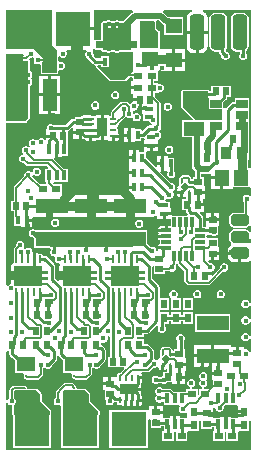
<source format=gbl>
G04*
G04 #@! TF.GenerationSoftware,Altium Limited,Altium Designer,25.0.2 (28)*
G04*
G04 Layer_Physical_Order=8*
G04 Layer_Color=16711680*
%FSLAX44Y44*%
%MOMM*%
G71*
G04*
G04 #@! TF.SameCoordinates,503A90CA-BBE8-423F-B6A3-9968D9645D90*
G04*
G04*
G04 #@! TF.FilePolarity,Positive*
G04*
G01*
G75*
%ADD13C,0.1270*%
%ADD15C,0.2540*%
G04:AMPARAMS|DCode=16|XSize=1.5mm|YSize=1mm|CornerRadius=0.25mm|HoleSize=0mm|Usage=FLASHONLY|Rotation=0.000|XOffset=0mm|YOffset=0mm|HoleType=Round|Shape=RoundedRectangle|*
%AMROUNDEDRECTD16*
21,1,1.5000,0.5000,0,0,0.0*
21,1,1.0000,1.0000,0,0,0.0*
1,1,0.5000,0.5000,-0.2500*
1,1,0.5000,-0.5000,-0.2500*
1,1,0.5000,-0.5000,0.2500*
1,1,0.5000,0.5000,0.2500*
%
%ADD16ROUNDEDRECTD16*%
%ADD17R,0.6000X0.7500*%
%ADD18R,0.7500X0.6000*%
%ADD19R,0.6400X0.6000*%
%ADD22R,0.6000X0.6400*%
%ADD23R,3.0000X3.0000*%
G04:AMPARAMS|DCode=25|XSize=1.25mm|YSize=3mm|CornerRadius=0.3125mm|HoleSize=0mm|Usage=FLASHONLY|Rotation=0.000|XOffset=0mm|YOffset=0mm|HoleType=Round|Shape=RoundedRectangle|*
%AMROUNDEDRECTD25*
21,1,1.2500,2.3750,0,0,0.0*
21,1,0.6250,3.0000,0,0,0.0*
1,1,0.6250,0.3125,-1.1875*
1,1,0.6250,-0.3125,-1.1875*
1,1,0.6250,-0.3125,1.1875*
1,1,0.6250,0.3125,1.1875*
%
%ADD25ROUNDEDRECTD25*%
%ADD30R,1.3000X2.7000*%
%ADD35R,0.3400X0.8000*%
%ADD36R,0.4200X0.6600*%
%ADD37R,2.7000X1.3000*%
%ADD74C,0.4500*%
%ADD75C,0.4000*%
%ADD76R,1.2000X1.6500*%
%ADD77R,1.6500X1.2000*%
%ADD78R,1.4000X1.3000*%
%ADD79R,1.3000X1.4000*%
%ADD80R,1.7500X1.2000*%
%ADD81R,1.4000X1.3000*%
%ADD82R,1.0000X0.7000*%
%ADD83R,0.9000X1.0000*%
%ADD84R,0.4000X0.7000*%
%ADD85R,0.3500X0.8500*%
%ADD86R,0.7000X0.4000*%
G04:AMPARAMS|DCode=87|XSize=0.84mm|YSize=0.26mm|CornerRadius=0.0325mm|HoleSize=0mm|Usage=FLASHONLY|Rotation=180.000|XOffset=0mm|YOffset=0mm|HoleType=Round|Shape=RoundedRectangle|*
%AMROUNDEDRECTD87*
21,1,0.8400,0.1950,0,0,180.0*
21,1,0.7750,0.2600,0,0,180.0*
1,1,0.0650,-0.3875,0.0975*
1,1,0.0650,0.3875,0.0975*
1,1,0.0650,0.3875,-0.0975*
1,1,0.0650,-0.3875,-0.0975*
%
%ADD87ROUNDEDRECTD87*%
G04:AMPARAMS|DCode=88|XSize=0.84mm|YSize=0.26mm|CornerRadius=0.0325mm|HoleSize=0mm|Usage=FLASHONLY|Rotation=90.000|XOffset=0mm|YOffset=0mm|HoleType=Round|Shape=RoundedRectangle|*
%AMROUNDEDRECTD88*
21,1,0.8400,0.1950,0,0,90.0*
21,1,0.7750,0.2600,0,0,90.0*
1,1,0.0650,0.0975,0.3875*
1,1,0.0650,0.0975,-0.3875*
1,1,0.0650,-0.0975,-0.3875*
1,1,0.0650,-0.0975,0.3875*
%
%ADD88ROUNDEDRECTD88*%
G04:AMPARAMS|DCode=89|XSize=0.5mm|YSize=0.25mm|CornerRadius=0.0313mm|HoleSize=0mm|Usage=FLASHONLY|Rotation=270.000|XOffset=0mm|YOffset=0mm|HoleType=Round|Shape=RoundedRectangle|*
%AMROUNDEDRECTD89*
21,1,0.5000,0.1875,0,0,270.0*
21,1,0.4375,0.2500,0,0,270.0*
1,1,0.0625,-0.0938,-0.2188*
1,1,0.0625,-0.0938,0.2188*
1,1,0.0625,0.0938,0.2188*
1,1,0.0625,0.0938,-0.2188*
%
%ADD89ROUNDEDRECTD89*%
%AMCUSTOMSHAPE90*
4,1,5,-0.1052,0.0000,0.0752,0.1800,0.1052,0.1800,0.1052,-0.1800,-0.1052,-0.1800,-0.1052,0.0000,0.0*%
%ADD90CUSTOMSHAPE90*%

%AMCUSTOMSHAPE91*
4,1,5,0.1052,0.0000,-0.0752,0.1800,-0.1052,0.1800,-0.1052,-0.1800,0.1052,-0.1800,0.1052,0.0000,0.0*%
%ADD91CUSTOMSHAPE91*%

%AMCUSTOMSHAPE92*
4,1,5,-0.1052,-0.0000,0.0752,-0.1800,0.1052,-0.1800,0.1052,0.1800,-0.1052,0.1800,-0.1052,-0.0000,0.0*%
%ADD92CUSTOMSHAPE92*%

%AMCUSTOMSHAPE93*
4,1,5,0.1052,-0.0000,-0.0752,-0.1800,-0.1052,-0.1800,-0.1052,0.1800,0.1052,0.1800,0.1052,-0.0000,0.0*%
%ADD93CUSTOMSHAPE93*%

%ADD94P,0.6788X4X180.0*%
G04:AMPARAMS|DCode=95|XSize=0.5mm|YSize=0.25mm|CornerRadius=0.0313mm|HoleSize=0mm|Usage=FLASHONLY|Rotation=180.000|XOffset=0mm|YOffset=0mm|HoleType=Round|Shape=RoundedRectangle|*
%AMROUNDEDRECTD95*
21,1,0.5000,0.1875,0,0,180.0*
21,1,0.4375,0.2500,0,0,180.0*
1,1,0.0625,-0.2188,0.0938*
1,1,0.0625,0.2188,0.0938*
1,1,0.0625,0.2188,-0.0938*
1,1,0.0625,-0.2188,-0.0938*
%
%ADD95ROUNDEDRECTD95*%
G04:AMPARAMS|DCode=96|XSize=0.9mm|YSize=1.6mm|CornerRadius=0.0225mm|HoleSize=0mm|Usage=FLASHONLY|Rotation=180.000|XOffset=0mm|YOffset=0mm|HoleType=Round|Shape=RoundedRectangle|*
%AMROUNDEDRECTD96*
21,1,0.9000,1.5550,0,0,180.0*
21,1,0.8550,1.6000,0,0,180.0*
1,1,0.0450,-0.4275,0.7775*
1,1,0.0450,0.4275,0.7775*
1,1,0.0450,0.4275,-0.7775*
1,1,0.0450,-0.4275,-0.7775*
%
%ADD96ROUNDEDRECTD96*%
G04:AMPARAMS|DCode=97|XSize=0.9mm|YSize=1.6mm|CornerRadius=0.0225mm|HoleSize=0mm|Usage=FLASHONLY|Rotation=270.000|XOffset=0mm|YOffset=0mm|HoleType=Round|Shape=RoundedRectangle|*
%AMROUNDEDRECTD97*
21,1,0.9000,1.5550,0,0,270.0*
21,1,0.8550,1.6000,0,0,270.0*
1,1,0.0450,-0.7775,-0.4275*
1,1,0.0450,-0.7775,0.4275*
1,1,0.0450,0.7775,0.4275*
1,1,0.0450,0.7775,-0.4275*
%
%ADD97ROUNDEDRECTD97*%
G04:AMPARAMS|DCode=98|XSize=0.6mm|YSize=0.24mm|CornerRadius=0.03mm|HoleSize=0mm|Usage=FLASHONLY|Rotation=90.000|XOffset=0mm|YOffset=0mm|HoleType=Round|Shape=RoundedRectangle|*
%AMROUNDEDRECTD98*
21,1,0.6000,0.1800,0,0,90.0*
21,1,0.5400,0.2400,0,0,90.0*
1,1,0.0600,0.0900,0.2700*
1,1,0.0600,0.0900,-0.2700*
1,1,0.0600,-0.0900,-0.2700*
1,1,0.0600,-0.0900,0.2700*
%
%ADD98ROUNDEDRECTD98*%
G04:AMPARAMS|DCode=99|XSize=1.65mm|YSize=2.4mm|CornerRadius=0.0413mm|HoleSize=0mm|Usage=FLASHONLY|Rotation=90.000|XOffset=0mm|YOffset=0mm|HoleType=Round|Shape=RoundedRectangle|*
%AMROUNDEDRECTD99*
21,1,1.6500,2.3175,0,0,90.0*
21,1,1.5675,2.4000,0,0,90.0*
1,1,0.0825,1.1588,0.7838*
1,1,0.0825,1.1588,-0.7838*
1,1,0.0825,-1.1588,-0.7838*
1,1,0.0825,-1.1588,0.7838*
%
%ADD99ROUNDEDRECTD99*%
%ADD100C,0.5120*%
%ADD101C,1.0000*%
%ADD102C,0.8000*%
%ADD103C,0.6000*%
%ADD104C,1.2500*%
G36*
X106850Y347500D02*
X112300D01*
Y341800D01*
X106850D01*
Y340000D01*
X83150D01*
Y341800D01*
X77700D01*
Y347500D01*
X83150D01*
Y363000D01*
X87350D01*
Y358300D01*
X89650D01*
Y363000D01*
X93850D01*
Y358300D01*
X96150D01*
Y363000D01*
X100350D01*
Y358300D01*
X102650D01*
Y363000D01*
X106850D01*
Y347500D01*
D02*
G37*
G36*
X208626Y241186D02*
X207770Y240270D01*
X207393Y240270D01*
X206123Y240361D01*
Y246730D01*
X206520D01*
Y254079D01*
X206604Y254500D01*
Y259761D01*
X206754Y260515D01*
Y270730D01*
X207270D01*
Y280230D01*
Y289730D01*
Y299270D01*
X194730D01*
Y296294D01*
X193678D01*
X192687Y296097D01*
X191847Y295536D01*
X187169Y290858D01*
X185520Y290567D01*
X185270Y290746D01*
Y295607D01*
X187777Y298115D01*
X188339Y298955D01*
X188536Y299946D01*
Y300530D01*
X191670D01*
Y309470D01*
X184140D01*
X183130Y309470D01*
Y309470D01*
X182870D01*
Y309470D01*
X174330D01*
Y305660D01*
X173101D01*
X172972Y305972D01*
X172000Y306375D01*
X151000Y306375D01*
X150144Y306020D01*
X149980D01*
Y305856D01*
X149625Y305000D01*
X149625Y292000D01*
X149625Y292000D01*
X150028Y291028D01*
X150028Y291028D01*
X159363Y281693D01*
X158877Y280520D01*
X149980D01*
Y265980D01*
X158695D01*
Y263470D01*
X158330D01*
Y254530D01*
X158330D01*
Y253470D01*
X158330D01*
Y244530D01*
X158695D01*
Y241999D01*
X158992Y240505D01*
X159839Y239238D01*
X161454Y237622D01*
X161410Y237401D01*
Y232670D01*
X159530D01*
Y230990D01*
X158306D01*
X158272Y231072D01*
X157897Y231227D01*
X157795Y231743D01*
X157373Y232373D01*
X157373Y232374D01*
X156373Y233373D01*
X155743Y233794D01*
X155000Y233942D01*
X151000D01*
X150257Y233794D01*
X149627Y233373D01*
X148378Y232125D01*
X147957Y231495D01*
X147886Y231138D01*
X147728Y231072D01*
X147325Y230100D01*
Y226500D01*
X147674Y225660D01*
X146014Y224000D01*
X146794Y223220D01*
X146307Y222491D01*
X146110Y221500D01*
Y220970D01*
X149752D01*
Y219700D01*
X151022D01*
Y215354D01*
X151795Y215507D01*
X152388Y215904D01*
X153275Y215614D01*
X153658Y215341D01*
Y213470D01*
X150330D01*
Y204530D01*
X153740D01*
Y203524D01*
X153937Y202533D01*
X154499Y201692D01*
X155187Y201005D01*
X154561Y199834D01*
X154475Y199851D01*
X152525D01*
X151903Y199727D01*
X151375Y199375D01*
X150625Y199375D01*
X150097Y199727D01*
X149475Y199851D01*
X147525D01*
X146903Y199727D01*
X146375Y199375D01*
X145625Y199375D01*
X145097Y199727D01*
X144475Y199851D01*
X142525D01*
X142310Y199809D01*
X141600Y200230D01*
X136270D01*
Y196960D01*
X140899D01*
Y191703D01*
X140525Y191396D01*
X137920D01*
Y187500D01*
X136650D01*
Y186230D01*
X129913D01*
X130076Y185407D01*
X130348Y185000D01*
X130076Y184593D01*
X129913Y183770D01*
X136650D01*
Y181230D01*
X129913D01*
X130076Y180407D01*
X130709Y179459D01*
X131270Y179085D01*
X131149Y178475D01*
Y176525D01*
X131270Y175915D01*
X130709Y175541D01*
X130076Y174593D01*
X129913Y173770D01*
X136650D01*
Y171230D01*
X129913D01*
X130021Y170686D01*
X129953Y170497D01*
X129543Y169976D01*
X129235Y169726D01*
X128520Y170089D01*
Y170700D01*
X127984Y171994D01*
X126994Y172984D01*
X125700Y173520D01*
X124300D01*
X123482Y173181D01*
X120770Y175893D01*
Y187770D01*
X91230D01*
Y187585D01*
X87770D01*
Y187770D01*
X58230D01*
Y187585D01*
X54770D01*
Y187770D01*
X26208D01*
X25994Y187984D01*
X24700Y188520D01*
X23300D01*
X22006Y187984D01*
X21016Y186994D01*
X20480Y185700D01*
Y184300D01*
X21016Y183006D01*
X22006Y182016D01*
X23300Y181480D01*
X23977D01*
X25230Y180227D01*
Y172230D01*
X38751D01*
X39137Y170960D01*
X39016Y170839D01*
X38480Y169545D01*
Y168145D01*
X39016Y166851D01*
X40006Y165861D01*
X41300Y165325D01*
X41758D01*
X42607Y164055D01*
X42460Y163700D01*
Y162300D01*
X42996Y161006D01*
X43986Y160016D01*
X45280Y159480D01*
X46100D01*
X46816Y158266D01*
X46631Y157990D01*
X46402Y156838D01*
Y152750D01*
X49000D01*
Y157250D01*
X73000D01*
Y152750D01*
X78000D01*
Y150250D01*
X73000D01*
Y147750D01*
X78000D01*
Y145250D01*
X73000D01*
Y140750D01*
X49000D01*
Y145250D01*
X46402D01*
Y144554D01*
X45229Y144068D01*
X44047Y145250D01*
X44000D01*
Y145297D01*
X42590Y146707D01*
X42590Y157000D01*
X42393Y157991D01*
X41831Y158831D01*
X35423Y165239D01*
X34583Y165800D01*
X33592Y165998D01*
X32442D01*
X32379Y166313D01*
X32032Y166832D01*
X31513Y167179D01*
X30900Y167301D01*
X29100D01*
X28488Y167179D01*
X28303Y167216D01*
X27947Y167747D01*
X27008Y168375D01*
X26270Y168522D01*
Y163000D01*
X23730D01*
Y168899D01*
X23520Y169072D01*
Y169700D01*
X22984Y170994D01*
X21994Y171984D01*
X20700Y172520D01*
X19300D01*
X18006Y171984D01*
X17830Y171808D01*
X17352Y171348D01*
X16186Y171989D01*
X15984Y173006D01*
X16520Y174300D01*
Y175700D01*
X15984Y176994D01*
X14994Y177984D01*
X13700Y178520D01*
X12300D01*
X11006Y177984D01*
X10016Y176994D01*
X9480Y175700D01*
Y174300D01*
X9501Y174248D01*
X8472Y173218D01*
X8051Y172588D01*
X7903Y171845D01*
Y166734D01*
X7621Y166313D01*
X7499Y165700D01*
Y160300D01*
X7620Y159690D01*
X7261Y159619D01*
X6284Y158966D01*
X5631Y157990D01*
X5402Y156838D01*
Y152750D01*
X8000D01*
Y157250D01*
X32000D01*
Y152750D01*
X37000D01*
Y150250D01*
X32000D01*
Y147750D01*
X37000D01*
Y145250D01*
X32000D01*
Y140750D01*
X8000D01*
Y145250D01*
X5402D01*
Y141864D01*
X4619D01*
X3326Y141328D01*
X2645Y140647D01*
X1374Y141084D01*
Y278625D01*
X17761Y278625D01*
X18733Y279028D01*
X18733Y279028D01*
X20972Y281267D01*
X20972Y281267D01*
X21375Y282239D01*
X21375Y282239D01*
X21375Y309760D01*
X21994Y310016D01*
X22984Y311006D01*
X23520Y312300D01*
Y313700D01*
X22984Y314994D01*
X22808Y315170D01*
X22009Y316000D01*
X22808Y316830D01*
X22984Y317006D01*
X23520Y318300D01*
Y319700D01*
X22984Y320994D01*
X21994Y321984D01*
X21375Y322241D01*
Y330518D01*
X21298Y330704D01*
X21319Y330904D01*
X21104Y331172D01*
X20972Y331490D01*
X20577Y332509D01*
X21047Y333107D01*
X21450Y333480D01*
X22700D01*
X23917Y333984D01*
X24184Y333825D01*
X24889Y333117D01*
X24480Y332130D01*
Y330729D01*
X25016Y329436D01*
X26006Y328446D01*
X27300Y327910D01*
X28700D01*
X29355Y328181D01*
X30625Y327418D01*
Y320749D01*
X30730Y320497D01*
Y319480D01*
X31746D01*
X32000Y319375D01*
X44000D01*
X44254Y319480D01*
X45270D01*
Y320497D01*
X45375Y320749D01*
Y322414D01*
X46645Y323263D01*
X46820Y323190D01*
X48220D01*
X49514Y323726D01*
X50504Y324716D01*
X51040Y326010D01*
Y327410D01*
X50504Y328704D01*
X49514Y329694D01*
X48220Y330230D01*
X46820D01*
X46645Y330158D01*
X45375Y331006D01*
Y334061D01*
X46645Y334587D01*
X47216Y334016D01*
X48510Y333480D01*
X49910D01*
X51204Y334016D01*
X52194Y335006D01*
X52730Y336300D01*
Y337700D01*
X52194Y338994D01*
X51998Y339190D01*
X52524Y340460D01*
X56730D01*
Y358000D01*
X58000D01*
Y359270D01*
X75540D01*
Y373626D01*
X108029D01*
X108414Y372356D01*
X107524Y371761D01*
X100138Y364375D01*
X97603D01*
X96994Y364984D01*
X95700Y365520D01*
X94300D01*
X93006Y364984D01*
X92397Y364375D01*
X90603D01*
X89994Y364984D01*
X88700Y365520D01*
X87300D01*
X86006Y364984D01*
X85397Y364375D01*
X83150D01*
X82178Y363972D01*
X81775Y363000D01*
Y348875D01*
X77700D01*
X76728Y348472D01*
X75540Y348923D01*
Y356730D01*
X59270D01*
Y340460D01*
X69264D01*
X69598Y339591D01*
X69635Y339190D01*
X68729Y338284D01*
X68193Y336990D01*
Y335590D01*
X68729Y334296D01*
X69719Y333306D01*
X69922Y333222D01*
X70257Y332720D01*
X74509Y328469D01*
X75349Y327907D01*
X76106Y327757D01*
X76573Y327459D01*
X76614Y327414D01*
X77088Y326537D01*
X77193Y326284D01*
Y326011D01*
X77386Y325817D01*
X77491Y325565D01*
X89028Y314028D01*
X90000Y313625D01*
X90000Y313625D01*
X102000D01*
X102000Y313625D01*
X102972Y314028D01*
X102972Y314028D01*
X106002Y317058D01*
X107332D01*
X108230Y316160D01*
X108230Y313730D01*
X107039Y313540D01*
X106960D01*
Y309270D01*
X113250D01*
Y306730D01*
X106960D01*
Y302460D01*
X109060D01*
Y299270D01*
X114600D01*
Y298000D01*
X115870D01*
Y292260D01*
X115960D01*
Y291770D01*
X122000D01*
Y289230D01*
X115960D01*
Y285960D01*
X117230D01*
Y280230D01*
X122509D01*
X123016Y279006D01*
X124006Y278016D01*
X124301Y277894D01*
X124778Y276321D01*
X124648Y276126D01*
X122444D01*
X121453Y275929D01*
X120613Y275367D01*
X117040Y271795D01*
X115770Y272321D01*
Y272770D01*
X110040D01*
Y274040D01*
X106770D01*
Y268000D01*
Y261960D01*
X110040D01*
Y263230D01*
X115770D01*
Y265410D01*
X116908D01*
X117899Y265607D01*
X117960Y265648D01*
X119230Y264969D01*
Y263540D01*
X117960D01*
Y260270D01*
X124000D01*
X130040D01*
Y263540D01*
X130040Y263540D01*
X130268Y264715D01*
X130994Y265016D01*
X131984Y266006D01*
X132520Y267300D01*
Y268700D01*
X131984Y269994D01*
X130994Y270984D01*
X130948Y271215D01*
X131488Y271755D01*
X132024Y273048D01*
Y274449D01*
X131719Y275185D01*
X131950Y275530D01*
X132097Y276274D01*
X132097Y276274D01*
Y294755D01*
X131950Y295498D01*
X131528Y296128D01*
X127670Y299986D01*
Y302470D01*
X127670D01*
X127694Y303730D01*
X129770D01*
Y303914D01*
X131040Y304763D01*
X131119Y304730D01*
X132420D01*
X133622Y305228D01*
X134542Y306148D01*
X135040Y307350D01*
Y308650D01*
X134542Y309852D01*
X133622Y310772D01*
X132420Y311270D01*
X131119D01*
X131040Y311237D01*
X129770Y312086D01*
Y312270D01*
X126692D01*
Y313730D01*
X129770D01*
Y321690D01*
X129770Y322270D01*
X130754Y322960D01*
X132397Y322960D01*
X133460Y322460D01*
X133603Y322460D01*
X141730D01*
Y331500D01*
Y340540D01*
X133603Y340540D01*
X132540Y341040D01*
X132397Y341040D01*
X131823D01*
X131338Y342310D01*
X131375Y342399D01*
X131375Y342399D01*
X131375Y354500D01*
X131270Y354753D01*
Y355770D01*
X130674D01*
X128375Y358069D01*
X128375Y364102D01*
X129338Y365095D01*
X130883D01*
X132933Y363045D01*
X132952Y362946D01*
X133799Y361679D01*
X134730Y361057D01*
Y352730D01*
X151270D01*
Y368270D01*
X139437D01*
X139060Y368345D01*
X138678D01*
X135261Y371761D01*
X134372Y372356D01*
X134757Y373626D01*
X158265D01*
X158390Y372356D01*
X157665Y372211D01*
X155791Y370959D01*
X154539Y369085D01*
X154099Y366875D01*
Y356270D01*
X171901D01*
Y366875D01*
X171461Y369085D01*
X170209Y370959D01*
X168335Y372211D01*
X167610Y372356D01*
X167735Y373626D01*
X208626D01*
Y241186D01*
D02*
G37*
G36*
X127000Y364102D02*
X127000Y357500D01*
X130000Y354500D01*
X130000Y342399D01*
X129102Y341501D01*
X115000D01*
Y365000D01*
X126102D01*
X127000Y364102D01*
D02*
G37*
G36*
X40000Y344000D02*
X41730Y342270D01*
Y341730D01*
X42270D01*
X44000Y340000D01*
Y320749D01*
X32000D01*
Y329487D01*
X36039D01*
X36106Y329474D01*
X36850Y329622D01*
X37480Y330043D01*
X37901Y330673D01*
X38049Y331416D01*
X37901Y332160D01*
X37480Y332790D01*
X37466Y332803D01*
X36836Y333224D01*
X36093Y333372D01*
X32000D01*
Y334000D01*
X25000Y341000D01*
X1374D01*
Y373626D01*
X40000D01*
X40000Y344000D01*
D02*
G37*
G36*
X76728Y340828D02*
X77700Y340425D01*
X81775D01*
Y340000D01*
X82178Y339028D01*
X83150Y338625D01*
X85397D01*
X86006Y338016D01*
X87300Y337480D01*
X88700D01*
X89994Y338016D01*
X90603Y338625D01*
X92397D01*
X93006Y338016D01*
X94300Y337480D01*
X95700D01*
X96994Y338016D01*
X97603Y338625D01*
X106850D01*
X107822Y339028D01*
X109000Y338553D01*
Y322000D01*
X102000Y315000D01*
X90000D01*
X78463Y326537D01*
X78949Y327710D01*
X81880D01*
Y325730D01*
X88620D01*
Y334870D01*
X81880D01*
Y332890D01*
X77413D01*
X75081Y335222D01*
X75233Y335590D01*
Y336990D01*
X75000Y337553D01*
Y341000D01*
X76657D01*
X76728Y340828D01*
D02*
G37*
G36*
X172000Y300000D02*
X172730Y299270D01*
Y289730D01*
X184000D01*
Y281000D01*
X162000D01*
X151000Y292000D01*
X151000Y305000D01*
X172000Y305000D01*
Y300000D01*
D02*
G37*
G36*
X16706Y336028D02*
X16243Y334942D01*
X13000D01*
X12257Y334795D01*
X11627Y334374D01*
X11206Y333743D01*
X11058Y333000D01*
X11206Y332257D01*
X11627Y331627D01*
X12257Y331206D01*
X13000Y331058D01*
X18000D01*
X18743Y331206D01*
X20000Y330518D01*
Y309183D01*
X20000Y282239D01*
X17761Y280000D01*
X1374Y280000D01*
Y337000D01*
X15916D01*
X16706Y336028D01*
D02*
G37*
G36*
X174960Y234877D02*
Y233270D01*
X184000D01*
Y232000D01*
X185270D01*
Y222460D01*
X193040D01*
Y223730D01*
X207355D01*
X207770Y223730D01*
X208626Y222814D01*
Y217149D01*
X207355Y216623D01*
X206994Y216984D01*
X205700Y217520D01*
X204300D01*
X203006Y216984D01*
X202016Y215994D01*
X201480Y214700D01*
Y213300D01*
X202016Y212006D01*
X202440Y211582D01*
Y202344D01*
X194000D01*
X192529Y202051D01*
X191282Y201218D01*
X190449Y199971D01*
X190156Y198500D01*
Y193500D01*
X190449Y192029D01*
X191282Y190782D01*
X192529Y189949D01*
X194000Y189656D01*
X204000D01*
X205471Y189949D01*
X206718Y190782D01*
X207355Y191736D01*
X208626Y191415D01*
Y186585D01*
X207355Y186264D01*
X206718Y187218D01*
X205471Y188051D01*
X204000Y188344D01*
X194000D01*
X192529Y188051D01*
X191282Y187218D01*
X190449Y185971D01*
X190156Y184500D01*
Y179500D01*
X190449Y178029D01*
X191282Y176782D01*
X191750Y176469D01*
X191816Y176185D01*
X191663Y175000D01*
X190366Y174134D01*
X189252Y172466D01*
X188861Y170500D01*
Y169270D01*
X199000D01*
Y168000D01*
X200270D01*
Y160361D01*
X204000D01*
X205966Y160752D01*
X207355Y161681D01*
X208626Y161239D01*
Y126350D01*
X207355Y126097D01*
X206984Y126994D01*
X205994Y127984D01*
X204700Y128520D01*
X203300D01*
X202006Y127984D01*
X201016Y126994D01*
X200480Y125700D01*
Y124300D01*
X201016Y123006D01*
X202006Y122016D01*
X203300Y121480D01*
X204700D01*
X205994Y122016D01*
X206984Y123006D01*
X207355Y123903D01*
X208626Y123650D01*
Y112350D01*
X207355Y112097D01*
X206984Y112994D01*
X205994Y113984D01*
X204700Y114520D01*
X203300D01*
X202006Y113984D01*
X201016Y112994D01*
X200480Y111700D01*
Y110300D01*
X201016Y109006D01*
X202006Y108016D01*
X203300Y107480D01*
X204700D01*
X205994Y108016D01*
X206984Y109006D01*
X207355Y109903D01*
X208626Y109650D01*
Y98350D01*
X207355Y98097D01*
X206984Y98994D01*
X205994Y99984D01*
X204700Y100520D01*
X203300D01*
X202006Y99984D01*
X201016Y98994D01*
X200480Y97700D01*
Y96300D01*
X201016Y95006D01*
X202006Y94016D01*
X203300Y93480D01*
X204700D01*
X205994Y94016D01*
X206984Y95006D01*
X207355Y95903D01*
X208626Y95650D01*
Y84350D01*
X207355Y84097D01*
X206984Y84994D01*
X205994Y85984D01*
X204700Y86520D01*
X203300D01*
X202740Y86894D01*
Y88940D01*
X198270D01*
Y83400D01*
X195730D01*
Y88940D01*
X192040D01*
Y90040D01*
X177270D01*
Y81000D01*
X176000D01*
Y79730D01*
X159960D01*
Y71960D01*
X173998D01*
X175260Y71940D01*
Y67670D01*
X181000D01*
Y65130D01*
X175260D01*
Y60860D01*
X176530D01*
Y57137D01*
X175992Y57030D01*
X175362Y56608D01*
X172023Y53270D01*
X168845D01*
X168700Y54480D01*
X169994Y55016D01*
X170984Y56006D01*
X171520Y57300D01*
Y58700D01*
X170984Y59994D01*
X170147Y60831D01*
X171091Y61775D01*
X171627Y63069D01*
Y64469D01*
X171091Y65763D01*
X170101Y66753D01*
X168807Y67289D01*
X167407D01*
X166113Y66753D01*
X165123Y65763D01*
X164587Y64469D01*
Y63069D01*
X165123Y61775D01*
X165960Y60938D01*
X165016Y59994D01*
X164480Y58700D01*
Y57300D01*
X165016Y56006D01*
X166006Y55016D01*
X167300Y54480D01*
X167155Y53270D01*
X164730D01*
Y47741D01*
X164540Y47614D01*
X163270Y48293D01*
Y53270D01*
X158845D01*
X158700Y54480D01*
X159994Y55016D01*
X160984Y56006D01*
X161520Y57300D01*
Y58700D01*
X160984Y59994D01*
X159994Y60984D01*
X158700Y61520D01*
X157300D01*
X156006Y60984D01*
X155016Y59994D01*
X154480Y58700D01*
Y57300D01*
X155016Y56006D01*
X156006Y55016D01*
X157300Y54480D01*
X157155Y53270D01*
X153230D01*
Y50557D01*
X151615D01*
X151427Y50520D01*
X147480Y50520D01*
X146210Y50520D01*
X143727D01*
X141718Y52528D01*
X141088Y52950D01*
X140345Y53097D01*
X133881D01*
X132994Y53984D01*
X131700Y54520D01*
X130300D01*
X129006Y53984D01*
X128016Y52994D01*
X127480Y51700D01*
Y50300D01*
X128016Y49006D01*
X128192Y48830D01*
X128991Y48000D01*
X128192Y47170D01*
X128016Y46994D01*
X127480Y45700D01*
Y44300D01*
X128016Y43006D01*
X129006Y42016D01*
X130300Y41480D01*
X131700D01*
X132994Y42016D01*
X133210Y42232D01*
X134480Y41706D01*
Y39904D01*
X133941Y39202D01*
X133434Y38940D01*
X129270D01*
Y34670D01*
X133740D01*
Y38516D01*
X134279Y39218D01*
X134786Y39480D01*
X140520D01*
Y39480D01*
X140980D01*
Y39480D01*
X147706Y39480D01*
X148232Y38210D01*
X148016Y37994D01*
X147480Y36700D01*
Y35300D01*
X148016Y34006D01*
X149006Y33016D01*
X150300Y32480D01*
X151700D01*
X152994Y33016D01*
X153190Y33212D01*
X154460Y32686D01*
Y29317D01*
X153520Y28520D01*
X153190Y28520D01*
X148290D01*
Y29790D01*
X145270D01*
Y23000D01*
X142730D01*
Y29790D01*
X139710D01*
Y28520D01*
X134737D01*
X134480Y28520D01*
X133740Y29483D01*
Y32130D01*
X128000D01*
Y33400D01*
X126730D01*
Y38940D01*
X122260D01*
Y35946D01*
X121270Y35270D01*
X120990Y35270D01*
X88730D01*
Y2730D01*
X121270D01*
Y26427D01*
X122465Y27366D01*
X123233Y27204D01*
X123480Y26700D01*
Y25300D01*
X123530Y25179D01*
Y20330D01*
X132470D01*
Y22010D01*
X134480D01*
Y17480D01*
X133297Y17270D01*
X133230D01*
Y8730D01*
X143270D01*
Y16210D01*
X144730D01*
Y8730D01*
X154770D01*
Y16482D01*
X155730Y17230D01*
X156024Y17230D01*
X164270D01*
Y26184D01*
X165260Y26860D01*
X166530Y26184D01*
Y19330D01*
X175470D01*
Y21010D01*
X177480D01*
Y17480D01*
X176297Y17270D01*
X176230D01*
Y8730D01*
X186270D01*
Y16210D01*
X187730D01*
Y8730D01*
X197770D01*
Y16482D01*
X198730Y17230D01*
X199023Y17230D01*
X207270D01*
X207270Y25671D01*
X208540Y26292D01*
X208626Y26225D01*
Y1374D01*
X1374D01*
Y41280D01*
X2645Y41533D01*
X3016Y40636D01*
X4006Y39646D01*
X5300Y39110D01*
X6625D01*
Y31000D01*
X6730Y30747D01*
Y2730D01*
X39270D01*
Y30747D01*
X39375Y31000D01*
Y34000D01*
X39375Y34000D01*
X39270Y34253D01*
Y35270D01*
X38674D01*
X31375Y42569D01*
Y48944D01*
X31375Y48944D01*
X30972Y49916D01*
X30972Y49916D01*
X27916Y52972D01*
X27916Y52972D01*
X27520Y53136D01*
Y53270D01*
X26944Y53375D01*
X26944Y53375D01*
X26293Y53375D01*
X19455D01*
X18942Y54000D01*
X18794Y54743D01*
X18373Y55373D01*
X17743Y55795D01*
X17000Y55942D01*
X8000D01*
X8000Y55942D01*
X7257Y55795D01*
X6627Y55373D01*
X6626Y55373D01*
X4627Y53373D01*
X4205Y52743D01*
X4058Y52000D01*
Y45635D01*
X4006Y45614D01*
X3016Y44624D01*
X2645Y43727D01*
X1374Y43980D01*
Y84771D01*
X2330Y85530D01*
X2645Y85530D01*
X4010D01*
Y82990D01*
X4207Y81999D01*
X4769Y81159D01*
X6565Y79363D01*
X7047Y79040D01*
X8480Y77607D01*
Y66730D01*
X15274D01*
X15537Y66478D01*
X16130Y65460D01*
X16058Y65095D01*
Y64000D01*
X16206Y63257D01*
X16627Y62627D01*
X17627Y61627D01*
X17627Y61627D01*
X18257Y61206D01*
X19000Y61058D01*
X19000Y61058D01*
X28000D01*
X28743Y61206D01*
X29373Y61627D01*
X32303Y64556D01*
X32303Y64557D01*
X32724Y65187D01*
X32872Y65930D01*
X32872Y65930D01*
Y70618D01*
X32924Y70639D01*
X33815Y71530D01*
X34706Y70639D01*
X36000Y70103D01*
X37400D01*
X38694Y70639D01*
X39684Y71629D01*
X40220Y72923D01*
Y73316D01*
X43519Y76615D01*
X44081Y77455D01*
X44278Y78446D01*
Y81104D01*
X45548Y81490D01*
X45769Y81159D01*
X47565Y79363D01*
X48047Y79040D01*
X49480Y77607D01*
Y66730D01*
X56274D01*
X56537Y66478D01*
X57130Y65460D01*
X57058Y65095D01*
Y64000D01*
X57206Y63257D01*
X57627Y62627D01*
X58626Y61627D01*
X58627Y61627D01*
X59257Y61206D01*
X60000Y61058D01*
X60000Y61058D01*
X69000D01*
X69743Y61206D01*
X70373Y61627D01*
X73303Y64556D01*
X73303Y64557D01*
X73724Y65187D01*
X73872Y65930D01*
X73872Y65930D01*
Y70618D01*
X73924Y70639D01*
X74815Y71530D01*
X75706Y70639D01*
X77000Y70103D01*
X78400D01*
X79694Y70639D01*
X80684Y71629D01*
X81220Y72923D01*
Y73316D01*
X84743Y76839D01*
X85305Y77679D01*
X85502Y78670D01*
Y86282D01*
X85305Y87273D01*
X84743Y88113D01*
X83256Y89601D01*
X82415Y90163D01*
X81424Y90360D01*
X81270D01*
Y91653D01*
X82540Y92502D01*
X82921Y92344D01*
X84321D01*
X85615Y92880D01*
X86605Y93870D01*
X87141Y95164D01*
Y96565D01*
X87108Y96644D01*
X87806Y97937D01*
X88269Y98037D01*
X89410Y97159D01*
Y80470D01*
X87330D01*
Y71530D01*
X95870D01*
Y71530D01*
X96130D01*
Y71530D01*
X100863D01*
X101349Y70357D01*
X97972Y66979D01*
X97949Y66946D01*
X97304Y66301D01*
X96562D01*
X95945Y66178D01*
X95422Y65828D01*
X95072Y65305D01*
X94949Y64688D01*
Y64123D01*
X94740Y62940D01*
X90270D01*
Y57400D01*
X89000D01*
Y56130D01*
X83260D01*
Y51860D01*
X84530D01*
Y44330D01*
X84812D01*
X85480Y43330D01*
Y41930D01*
X86016Y40636D01*
X87006Y39646D01*
X88300Y39110D01*
X89700D01*
X90994Y39646D01*
X91984Y40636D01*
X92520Y41930D01*
X92834Y42187D01*
X93070Y42140D01*
X94949D01*
Y41312D01*
X95072Y40695D01*
X95422Y40172D01*
X95945Y39822D01*
X96562Y39699D01*
X98438D01*
X99055Y39822D01*
X99139Y39805D01*
X99506Y39256D01*
X100450Y38626D01*
X101230Y38470D01*
Y43500D01*
X103770D01*
Y38470D01*
X104551Y38626D01*
X105000Y38926D01*
X105449Y38626D01*
X106230Y38470D01*
Y43500D01*
X108770D01*
Y38470D01*
X109551Y38626D01*
X110000Y38926D01*
X110450Y38626D01*
X111230Y38470D01*
Y43500D01*
X112500D01*
Y44770D01*
X116346D01*
Y45687D01*
X116124Y46800D01*
X115494Y47744D01*
X115410Y47800D01*
X115594Y48725D01*
Y51730D01*
X105000D01*
Y54270D01*
X115594D01*
Y57275D01*
X115410Y58200D01*
X115494Y58256D01*
X116124Y59200D01*
X116346Y60312D01*
Y61230D01*
X112500D01*
Y63770D01*
X116346D01*
Y64688D01*
X116124Y65800D01*
X115820Y66256D01*
X116436Y67526D01*
X121484D01*
X122227Y67674D01*
X122858Y68095D01*
X125756Y70993D01*
X125808Y70972D01*
X127208D01*
X128502Y71508D01*
X128856Y71862D01*
X129062Y71868D01*
X130206Y71416D01*
X130307Y70909D01*
X130869Y70069D01*
X131709Y69507D01*
X132482Y69354D01*
Y73700D01*
X135022D01*
Y69354D01*
X135795Y69507D01*
X136388Y69904D01*
X137275Y69614D01*
X137658Y69341D01*
Y67470D01*
X134330D01*
Y64365D01*
X134300D01*
X133006Y63829D01*
X132612Y63435D01*
X130388D01*
X129994Y63829D01*
X128700Y64365D01*
X127300D01*
X126006Y63829D01*
X125016Y62839D01*
X124480Y61545D01*
Y60145D01*
X125016Y58851D01*
X126006Y57861D01*
X127300Y57325D01*
X128700D01*
X129994Y57861D01*
X130388Y58255D01*
X132612D01*
X133006Y57861D01*
X134300Y57325D01*
X135700D01*
X136994Y57861D01*
X137663Y58530D01*
X141860D01*
Y57260D01*
X146130D01*
Y63000D01*
X147400D01*
Y64270D01*
X152940D01*
Y68060D01*
X153740D01*
Y72330D01*
X148000D01*
Y74870D01*
X153740D01*
Y79140D01*
X152470D01*
Y86670D01*
X151486D01*
Y93632D01*
X151880Y94026D01*
X152416Y95320D01*
Y96720D01*
X151880Y98014D01*
X150890Y99004D01*
X149596Y99540D01*
X148196D01*
X146902Y99004D01*
X145912Y98014D01*
X145376Y96720D01*
Y95320D01*
X145912Y94026D01*
X146306Y93632D01*
Y86670D01*
X143530D01*
Y84890D01*
X142347D01*
X142272Y85072D01*
X142190Y85106D01*
Y85752D01*
X142043Y86495D01*
X141622Y87125D01*
X140373Y88373D01*
X139743Y88794D01*
X139000Y88942D01*
X135000D01*
X135000Y88942D01*
X134257Y88794D01*
X133627Y88373D01*
X133626Y88373D01*
X132379Y87125D01*
X131957Y86495D01*
X131810Y85752D01*
Y85106D01*
X131728Y85072D01*
X131325Y84100D01*
Y80500D01*
X131673Y79660D01*
X130014Y78000D01*
D01*
X129931Y77843D01*
X128502Y77476D01*
X127208Y78012D01*
X126634D01*
X126278Y78446D01*
Y85312D01*
X126081Y86303D01*
X125519Y87143D01*
X122498Y90164D01*
X121658Y90726D01*
X120667Y90923D01*
X118270D01*
Y95270D01*
X112719D01*
X112000Y96540D01*
X112114Y96730D01*
X118270D01*
Y99868D01*
X120458D01*
X121449Y100065D01*
X122289Y100627D01*
X128768Y107106D01*
X130136Y106678D01*
X130226Y106184D01*
X130016Y105974D01*
X129480Y104680D01*
Y103280D01*
X130016Y101986D01*
X131006Y100996D01*
X132300Y100460D01*
X133700D01*
X134994Y100996D01*
X135984Y101986D01*
X136520Y103280D01*
Y104680D01*
X135984Y105974D01*
X135965Y105993D01*
Y108230D01*
X139270D01*
Y110660D01*
X140730D01*
Y108230D01*
X149270D01*
Y110660D01*
X150730D01*
Y108230D01*
X159270D01*
Y118270D01*
X150730D01*
Y115840D01*
X149270D01*
Y118270D01*
X140730D01*
Y115840D01*
X139270D01*
Y118270D01*
X131110D01*
Y119730D01*
X139270D01*
Y129770D01*
X131110D01*
Y139114D01*
X130913Y140105D01*
X130352Y140945D01*
X124590Y146707D01*
X124590Y156510D01*
X125671Y157324D01*
X126530Y156929D01*
Y150330D01*
X135470D01*
Y152658D01*
X139476D01*
X140219Y152806D01*
X140236Y152817D01*
X141050Y152480D01*
X142450D01*
X143744Y153016D01*
X144734Y154006D01*
X145270Y155300D01*
Y156700D01*
X144978Y157406D01*
X145295Y157881D01*
X145442Y158624D01*
X146706Y158757D01*
X147127Y158127D01*
X152058Y153195D01*
Y144706D01*
X152205Y143963D01*
X152627Y143333D01*
X154332Y141627D01*
X154333Y141627D01*
X154963Y141206D01*
X155706Y141058D01*
X172750D01*
X173493Y141206D01*
X174123Y141627D01*
X184998Y152501D01*
X185050Y152480D01*
X186450D01*
X187744Y153016D01*
X188734Y154006D01*
X189270Y155300D01*
Y156700D01*
X188734Y157994D01*
X187744Y158984D01*
X186450Y159520D01*
X185050D01*
X183756Y158984D01*
X182766Y157994D01*
X182230Y156700D01*
Y155300D01*
X182251Y155248D01*
X176113Y149110D01*
X174940Y149596D01*
Y152480D01*
X174950D01*
X176244Y153016D01*
X177234Y154006D01*
X177770Y155300D01*
Y156700D01*
X177234Y157994D01*
X176244Y158984D01*
X174950Y159520D01*
X173550D01*
X173498Y159499D01*
X172110Y160887D01*
X172596Y162060D01*
X174730D01*
Y167600D01*
X176000D01*
Y168870D01*
X181740D01*
Y173140D01*
X180470D01*
Y180670D01*
X171976D01*
X171043Y181379D01*
X170851Y181659D01*
Y182341D01*
X171530Y183330D01*
X171626Y183330D01*
X174691D01*
X175006Y183015D01*
X176299Y182480D01*
X177700D01*
X178993Y183015D01*
X179308Y183330D01*
X180470D01*
Y185180D01*
X180520Y185299D01*
Y186700D01*
X180470Y186820D01*
Y190860D01*
X181740D01*
Y195130D01*
X176000D01*
X170260D01*
Y190860D01*
X169309Y190090D01*
X169283D01*
X169225Y190101D01*
X167940D01*
Y198169D01*
X167743Y199160D01*
X167181Y200000D01*
X165094Y202087D01*
X165580Y203260D01*
X168940D01*
Y207730D01*
X163400D01*
Y210270D01*
X168940D01*
Y214060D01*
X169740D01*
Y218330D01*
X164000D01*
Y220870D01*
X169740D01*
Y225140D01*
X168470D01*
Y232670D01*
X166590D01*
Y235095D01*
X171950D01*
X173444Y235392D01*
X173690Y235556D01*
X174960Y234877D01*
D02*
G37*
G36*
X114000Y152750D02*
X119000D01*
Y150250D01*
X114000D01*
Y147750D01*
X119000D01*
Y145250D01*
X114000D01*
Y140750D01*
X90000D01*
Y145250D01*
X85000D01*
Y147750D01*
X90000D01*
Y150250D01*
X85000D01*
Y152750D01*
X90000D01*
Y157250D01*
X114000D01*
Y152750D01*
D02*
G37*
G36*
X190020Y39480D02*
Y39480D01*
X190480D01*
Y39480D01*
X196190D01*
X196520Y39480D01*
X197460Y38683D01*
Y35020D01*
X203000D01*
Y32480D01*
X197460D01*
Y29317D01*
X196520Y28520D01*
X196190Y28520D01*
X191290D01*
Y29790D01*
X188270D01*
Y23000D01*
X185730D01*
Y29790D01*
X182710D01*
Y28520D01*
X177480D01*
X176740Y29483D01*
Y31130D01*
X171000D01*
Y33670D01*
X176740D01*
Y37300D01*
X177210Y37633D01*
X178480Y36977D01*
Y36530D01*
X179016Y35236D01*
X180006Y34246D01*
X181300Y33710D01*
X182700D01*
X183994Y34246D01*
X184984Y35236D01*
X185520Y36530D01*
Y37930D01*
X185420Y38173D01*
X186727Y39480D01*
X189210D01*
X190020Y39480D01*
D02*
G37*
G36*
X30000Y48944D02*
Y42000D01*
X38000Y34000D01*
Y31000D01*
X8000D01*
Y39652D01*
X8984Y40636D01*
X9520Y41930D01*
Y43330D01*
X8984Y44624D01*
X8000Y45608D01*
Y51000D01*
X9000Y52000D01*
X26944D01*
X30000Y48944D01*
D02*
G37*
%LPC*%
G36*
X171901Y353730D02*
X164270D01*
Y337349D01*
X166125D01*
X168335Y337789D01*
X170209Y339041D01*
X171461Y340915D01*
X171901Y343125D01*
Y353730D01*
D02*
G37*
G36*
X161730D02*
X154099D01*
Y343125D01*
X154539Y340915D01*
X155791Y339041D01*
X157665Y337789D01*
X159875Y337349D01*
X161730D01*
Y353730D01*
D02*
G37*
G36*
X144270Y340540D02*
Y332770D01*
X152540D01*
Y340540D01*
X144270D01*
D02*
G37*
G36*
X202125Y371356D02*
X195875D01*
X194160Y371015D01*
X192706Y370044D01*
X191735Y368590D01*
X191394Y366875D01*
Y343125D01*
X191735Y341410D01*
X192706Y339956D01*
X194160Y338985D01*
X195875Y338644D01*
X199035D01*
Y337013D01*
X199016Y336994D01*
X198480Y335700D01*
Y334300D01*
X199016Y333006D01*
X200006Y332016D01*
X201300Y331480D01*
X202700D01*
X203994Y332016D01*
X204984Y333006D01*
X205520Y334300D01*
Y335700D01*
X204984Y336994D01*
X204215Y337763D01*
Y339235D01*
X205294Y339956D01*
X206265Y341410D01*
X206606Y343125D01*
Y366875D01*
X206265Y368590D01*
X205294Y370044D01*
X203840Y371015D01*
X202125Y371356D01*
D02*
G37*
G36*
X184125D02*
X177875D01*
X176160Y371015D01*
X174706Y370044D01*
X173735Y368590D01*
X173394Y366875D01*
Y343125D01*
X173735Y341410D01*
X174706Y339956D01*
X176160Y338985D01*
X177875Y338644D01*
X181174D01*
Y338236D01*
X181371Y337245D01*
X181933Y336405D01*
X183480Y334857D01*
Y334300D01*
X184016Y333006D01*
X185006Y332016D01*
X186300Y331480D01*
X187700D01*
X188994Y332016D01*
X189984Y333006D01*
X190520Y334300D01*
Y335700D01*
X189984Y336994D01*
X188994Y337984D01*
X187700Y338520D01*
X187269Y339723D01*
X187294Y339956D01*
X188265Y341410D01*
X188606Y343125D01*
Y366875D01*
X188265Y368590D01*
X187294Y370044D01*
X185840Y371015D01*
X184125Y371356D01*
D02*
G37*
G36*
X152540Y330230D02*
X144270D01*
Y322460D01*
X152540D01*
Y330230D01*
D02*
G37*
G36*
X47040Y318040D02*
X39270D01*
Y303270D01*
X47040D01*
Y318040D01*
D02*
G37*
G36*
X36730D02*
X28960D01*
Y303270D01*
X36730D01*
Y318040D01*
D02*
G37*
G36*
X94400Y305430D02*
X93000D01*
X91706Y304894D01*
X90716Y303904D01*
X90180Y302610D01*
Y301210D01*
X90716Y299916D01*
X91706Y298926D01*
X93000Y298390D01*
X94400D01*
X95694Y298926D01*
X96684Y299916D01*
X97220Y301210D01*
Y302610D01*
X96684Y303904D01*
X95694Y304894D01*
X94400Y305430D01*
D02*
G37*
G36*
X113330Y296730D02*
X109060D01*
Y295736D01*
X108509D01*
X107215Y295201D01*
X106225Y294210D01*
X105547Y294076D01*
X104015Y295608D01*
X103384Y296029D01*
X102641Y296177D01*
X99199D01*
X99199Y296177D01*
X98456Y296029D01*
X97825Y295608D01*
X90627Y288410D01*
X90205Y287779D01*
X90058Y287036D01*
Y284551D01*
X89812D01*
X89195Y284428D01*
X88913Y284240D01*
X88768Y284268D01*
X87854Y284879D01*
X86775Y285094D01*
X83770D01*
Y274500D01*
Y263906D01*
X86775D01*
X87700Y264090D01*
X87756Y264006D01*
X88700Y263375D01*
X89812Y263154D01*
X90730D01*
Y267000D01*
X92000D01*
Y268270D01*
X97030D01*
X96875Y269050D01*
X96244Y269994D01*
X95695Y270361D01*
X95678Y270445D01*
X95801Y271063D01*
Y272938D01*
X95678Y273555D01*
X95328Y274078D01*
Y274922D01*
X95678Y275445D01*
X95801Y276063D01*
Y276804D01*
X96446Y277449D01*
X96479Y277472D01*
X102218Y283211D01*
X102758Y283264D01*
X103006Y283016D01*
X104300Y282480D01*
X105700D01*
X106994Y283016D01*
X107099Y283121D01*
X108369Y282595D01*
Y282411D01*
X108905Y281117D01*
X109895Y280127D01*
X111189Y279591D01*
X112589D01*
X113883Y280127D01*
X114873Y281117D01*
X115409Y282411D01*
Y283811D01*
X114873Y285105D01*
X113883Y286095D01*
X112589Y286631D01*
X111189D01*
X109895Y286095D01*
X109790Y285991D01*
X108580Y286492D01*
X108241Y287690D01*
X108919Y288665D01*
X108963Y288696D01*
X109909D01*
X111203Y289232D01*
X112193Y290223D01*
X112729Y291516D01*
Y292260D01*
X113330D01*
Y296730D01*
D02*
G37*
G36*
X77371Y296675D02*
X75971D01*
X74677Y296139D01*
X73687Y295149D01*
X73151Y293855D01*
Y292455D01*
X73687Y291161D01*
X74677Y290171D01*
X75971Y289635D01*
X77371D01*
X78665Y290171D01*
X79655Y291161D01*
X80191Y292455D01*
Y293855D01*
X79655Y295149D01*
X78665Y296139D01*
X77371Y296675D01*
D02*
G37*
G36*
X138700Y295520D02*
X137300D01*
X136006Y294984D01*
X135016Y293994D01*
X134480Y292700D01*
Y291300D01*
X135016Y290006D01*
X136006Y289016D01*
X137300Y288480D01*
X138700D01*
X139994Y289016D01*
X140984Y290006D01*
X141520Y291300D01*
Y292700D01*
X140984Y293994D01*
X139994Y294984D01*
X138700Y295520D01*
D02*
G37*
G36*
X47040Y300730D02*
X39270D01*
Y285960D01*
X47040D01*
Y300730D01*
D02*
G37*
G36*
X36730D02*
X28960D01*
Y285960D01*
X36730D01*
Y300730D01*
D02*
G37*
G36*
X81230Y285094D02*
X78225D01*
X77146Y284879D01*
X76232Y284268D01*
X76087Y284240D01*
X75805Y284428D01*
X75188Y284551D01*
X73195D01*
X73000Y284590D01*
X66800D01*
X65809Y284393D01*
X64969Y283831D01*
X64808Y283670D01*
X59530D01*
Y281990D01*
X58400D01*
X57409Y281793D01*
X56569Y281231D01*
X51927Y276590D01*
X41368D01*
X40994Y276964D01*
X39700Y277500D01*
X38300D01*
X37006Y276964D01*
X36016Y275974D01*
X35480Y274680D01*
Y273280D01*
X35119Y272740D01*
X35060D01*
Y268270D01*
X40600D01*
Y265730D01*
X35060D01*
Y264381D01*
X34511Y264115D01*
X33790Y263992D01*
X32953Y264829D01*
X31659Y265365D01*
X30259D01*
X28965Y264829D01*
X27975Y263839D01*
X27939Y263754D01*
X26465Y263513D01*
X25994Y263984D01*
X24700Y264520D01*
X23300D01*
X22006Y263984D01*
X21016Y262994D01*
X20480Y261700D01*
Y260300D01*
X21016Y259006D01*
X21661Y258361D01*
X21557Y257737D01*
X20459Y257519D01*
X19994Y257984D01*
X18700Y258520D01*
X17300D01*
X16006Y257984D01*
X15016Y256994D01*
X14480Y255700D01*
Y254300D01*
X15016Y253006D01*
X15316Y252706D01*
X15263Y252233D01*
X14903Y251323D01*
X13881Y250900D01*
X12891Y249910D01*
X12355Y248616D01*
Y247216D01*
X12891Y245922D01*
X13881Y244932D01*
X15175Y244396D01*
X16575D01*
X16627Y244417D01*
X18418Y242627D01*
X18418Y242627D01*
X19048Y242206D01*
X19791Y242058D01*
X19792Y242058D01*
X35696D01*
X37060Y240693D01*
X36574Y239520D01*
X34480D01*
Y228480D01*
X34909D01*
X35324Y227248D01*
X34599Y226270D01*
X29977D01*
X23504Y232743D01*
X23725Y233946D01*
X24857Y234375D01*
X25216Y234016D01*
X26510Y233480D01*
X27910D01*
X29204Y234016D01*
X30194Y235006D01*
X30730Y236300D01*
Y237700D01*
X30194Y238994D01*
X29204Y239984D01*
X27910Y240520D01*
X26510D01*
X25216Y239984D01*
X24226Y238994D01*
X23690Y237700D01*
Y237084D01*
X22420Y236558D01*
X21994Y236984D01*
X20700Y237520D01*
X19300D01*
X18006Y236984D01*
X17016Y235994D01*
X16480Y234700D01*
Y233300D01*
X16501Y233248D01*
X8227Y224973D01*
X7806Y224343D01*
X7658Y223600D01*
Y212470D01*
X5330D01*
Y203530D01*
X7658D01*
Y199400D01*
X7806Y198657D01*
X8227Y198027D01*
X8230Y198023D01*
Y191230D01*
X13960D01*
Y189960D01*
X17230D01*
Y196000D01*
X18500D01*
Y197270D01*
X23040D01*
Y198115D01*
X23960Y198960D01*
X38730D01*
Y208000D01*
X41270D01*
Y198960D01*
X55690D01*
X56040Y198960D01*
X56960D01*
X57310Y198960D01*
X71730D01*
Y208000D01*
Y217040D01*
X57310D01*
X56960Y217040D01*
X56040D01*
X55690Y217040D01*
X49754D01*
X48770Y217730D01*
Y226270D01*
X41477D01*
X40532Y227215D01*
X40530Y227431D01*
X41540Y228480D01*
X47020D01*
X47020Y228480D01*
X47480D01*
Y228480D01*
X48290Y228480D01*
X53520D01*
Y239520D01*
X50227D01*
X41807Y247940D01*
X42333Y249210D01*
X42730D01*
Y256000D01*
X45270D01*
Y249210D01*
X48290D01*
Y250480D01*
X53520D01*
Y261520D01*
X53520D01*
X53670Y262530D01*
X53670Y262530D01*
X53670Y262728D01*
Y271470D01*
X53670Y271470D01*
X53670D01*
X53861Y271552D01*
X53991Y271607D01*
X54831Y272169D01*
X57087Y274424D01*
X58260Y273938D01*
Y271870D01*
X64000D01*
Y270600D01*
X65270D01*
Y265060D01*
X68103D01*
X68126Y264949D01*
X68756Y264006D01*
X69700Y263375D01*
X70813Y263154D01*
X71730D01*
Y267000D01*
X74270D01*
Y263154D01*
X75188D01*
X76301Y263375D01*
X77244Y264006D01*
X77300Y264090D01*
X78225Y263906D01*
X81230D01*
Y274500D01*
Y285094D01*
D02*
G37*
G36*
X104230Y274040D02*
X100960D01*
Y269270D01*
X104230D01*
Y274040D01*
D02*
G37*
G36*
X62730Y269330D02*
X58260D01*
Y265060D01*
X62730D01*
Y269330D01*
D02*
G37*
G36*
X97030Y265730D02*
X93270D01*
Y263154D01*
X94187D01*
X95301Y263375D01*
X96244Y264006D01*
X96875Y264949D01*
X97030Y265730D01*
D02*
G37*
G36*
X104230Y266730D02*
X100960D01*
Y261960D01*
X104230D01*
Y266730D01*
D02*
G37*
G36*
X130040Y257730D02*
X125270D01*
Y254460D01*
X130040D01*
Y257730D01*
D02*
G37*
G36*
X122730D02*
X117960D01*
Y255040D01*
X117960Y254460D01*
X116976Y253770D01*
X114040D01*
Y255040D01*
X110770D01*
Y249000D01*
X109500D01*
Y247730D01*
X104960D01*
Y242960D01*
X104960D01*
Y242040D01*
X104960D01*
Y237270D01*
X109500D01*
Y234730D01*
X104960D01*
Y229960D01*
Y225270D01*
X109500D01*
Y222730D01*
X104960D01*
Y218310D01*
X104960Y217960D01*
X104115Y217040D01*
X90310D01*
X89960Y217040D01*
X89040D01*
X88690Y217040D01*
X74270D01*
Y208000D01*
Y198960D01*
X88690D01*
X89040Y198960D01*
X89960D01*
X90310Y198960D01*
X104730D01*
Y208000D01*
X107270D01*
Y198960D01*
X122040D01*
Y198960D01*
X123251Y199479D01*
X124545Y198943D01*
X125945D01*
X127239Y199479D01*
X127690Y199930D01*
X128960Y199404D01*
Y196960D01*
X133730D01*
Y201500D01*
X135000D01*
Y202770D01*
X141040D01*
Y206040D01*
X139770D01*
Y211770D01*
X136561D01*
X135959Y212964D01*
X136368Y213951D01*
X137043Y214371D01*
X137765Y214520D01*
X138769Y214104D01*
X140169D01*
X141463Y214640D01*
X142453Y215630D01*
X142989Y216924D01*
Y218324D01*
X142453Y219618D01*
X142893Y220974D01*
X142994Y221016D01*
X143984Y222006D01*
X144520Y223300D01*
Y224700D01*
X143984Y225994D01*
X142994Y226984D01*
X141700Y227520D01*
X141143D01*
X131876Y236787D01*
X132230Y237642D01*
Y242730D01*
X128960D01*
Y241362D01*
X127787Y240876D01*
X120061Y248601D01*
X119770Y248796D01*
X119770Y253770D01*
X120754Y254460D01*
X122730D01*
Y257730D01*
D02*
G37*
G36*
X140087Y259157D02*
X138687D01*
X137393Y258622D01*
X136403Y257631D01*
X135867Y256338D01*
Y254937D01*
X136403Y253643D01*
X137393Y252653D01*
X138687Y252118D01*
X140087D01*
X141381Y252653D01*
X142371Y253643D01*
X142907Y254937D01*
Y256338D01*
X142371Y257631D01*
X141381Y258622D01*
X140087Y259157D01*
D02*
G37*
G36*
X108230Y255040D02*
X104960D01*
Y250270D01*
X108230D01*
Y255040D01*
D02*
G37*
G36*
X132230Y250040D02*
X128960D01*
Y245270D01*
X132230D01*
Y250040D01*
D02*
G37*
G36*
X138040D02*
X134770D01*
Y244000D01*
Y237960D01*
X137186D01*
X137471Y237628D01*
X137890Y236690D01*
X137480Y235700D01*
Y234300D01*
X138016Y233006D01*
X139006Y232016D01*
X140300Y231480D01*
X141700D01*
X142994Y232016D01*
X143984Y233006D01*
X144520Y234300D01*
Y235700D01*
X143984Y236994D01*
X143340Y237638D01*
Y239230D01*
X143770D01*
Y248770D01*
X138040D01*
Y250040D01*
D02*
G37*
G36*
X148482Y218430D02*
X146110D01*
Y217900D01*
X146307Y216909D01*
X146869Y216069D01*
X147709Y215507D01*
X148482Y215354D01*
Y218430D01*
D02*
G37*
G36*
X43567Y197286D02*
X42167D01*
X40873Y196750D01*
X39883Y195760D01*
X39347Y194466D01*
Y193065D01*
X39883Y191772D01*
X40873Y190781D01*
X42167Y190246D01*
X43567D01*
X44861Y190781D01*
X45851Y191772D01*
X46387Y193065D01*
Y194466D01*
X45851Y195760D01*
X44861Y196750D01*
X43567Y197286D01*
D02*
G37*
G36*
X23040Y194730D02*
X19770D01*
Y189960D01*
X23040D01*
Y194730D01*
D02*
G37*
G36*
X114700Y196520D02*
X113300D01*
X112006Y195984D01*
X111016Y194994D01*
X110480Y193700D01*
Y192300D01*
X111016Y191006D01*
X112006Y190016D01*
X113300Y189480D01*
X114700D01*
X115994Y190016D01*
X116984Y191006D01*
X117520Y192300D01*
Y193700D01*
X116984Y194994D01*
X115994Y195984D01*
X114700Y196520D01*
D02*
G37*
G36*
X135380Y191396D02*
X132775D01*
X131657Y191174D01*
X130709Y190541D01*
X130076Y189593D01*
X129913Y188770D01*
X135380D01*
Y191396D01*
D02*
G37*
G36*
X182730Y230730D02*
X174960D01*
Y222460D01*
X182730D01*
Y230730D01*
D02*
G37*
G36*
X181740Y201940D02*
X177270D01*
Y197670D01*
X181740D01*
Y201940D01*
D02*
G37*
G36*
X174730D02*
X170260D01*
Y197670D01*
X174730D01*
Y201940D01*
D02*
G37*
G36*
X181740Y166330D02*
X177270D01*
Y162060D01*
X181740D01*
Y166330D01*
D02*
G37*
G36*
X197730Y166730D02*
X188861D01*
Y165500D01*
X189252Y163533D01*
X190366Y161866D01*
X192034Y160752D01*
X194000Y160361D01*
X197730D01*
Y166730D01*
D02*
G37*
G36*
X183700Y136770D02*
X182300D01*
X181006Y136234D01*
X180016Y135244D01*
X179480Y133950D01*
Y132550D01*
X180016Y131256D01*
X181006Y130266D01*
X182300Y129730D01*
X183700D01*
X184994Y130266D01*
X185984Y131256D01*
X186520Y132550D01*
Y133950D01*
X185984Y135244D01*
X184994Y136234D01*
X183700Y136770D01*
D02*
G37*
G36*
X163700D02*
X162300D01*
X161006Y136234D01*
X160016Y135244D01*
X159480Y133950D01*
Y132550D01*
X160016Y131256D01*
X161006Y130266D01*
X162300Y129730D01*
X163700D01*
X164994Y130266D01*
X165984Y131256D01*
X166520Y132550D01*
Y133950D01*
X165984Y135244D01*
X164994Y136234D01*
X163700Y136770D01*
D02*
G37*
G36*
X159270Y129770D02*
X150730D01*
Y119730D01*
X159270D01*
Y129770D01*
D02*
G37*
G36*
X143700Y136770D02*
X142300D01*
X141006Y136234D01*
X140016Y135244D01*
X139480Y133950D01*
Y132550D01*
X140016Y131256D01*
X140378Y130894D01*
X140730Y129770D01*
X140730Y129770D01*
X140730D01*
X140730Y129770D01*
Y119730D01*
X149270D01*
Y129770D01*
X146294D01*
X145768Y131040D01*
X145984Y131256D01*
X146520Y132550D01*
Y133950D01*
X145984Y135244D01*
X144994Y136234D01*
X143700Y136770D01*
D02*
G37*
G36*
X190770Y116770D02*
X161230D01*
Y101230D01*
X190770D01*
Y116770D01*
D02*
G37*
G36*
X174730Y90040D02*
X159960D01*
Y82270D01*
X174730D01*
Y90040D01*
D02*
G37*
G36*
X87730Y62940D02*
X83260D01*
Y58670D01*
X87730D01*
Y62940D01*
D02*
G37*
G36*
X152940Y61730D02*
X148670D01*
Y57260D01*
X152940D01*
Y61730D01*
D02*
G37*
G36*
X116346Y42230D02*
X113770D01*
Y38470D01*
X114551Y38626D01*
X115494Y39256D01*
X116124Y40199D01*
X116346Y41312D01*
Y42230D01*
D02*
G37*
G36*
X51000Y57942D02*
X50257Y57794D01*
X49627Y57373D01*
X43627Y51373D01*
X43206Y50743D01*
X43058Y50000D01*
Y45635D01*
X43006Y45614D01*
X42016Y44624D01*
X41480Y43330D01*
Y41930D01*
X42016Y40636D01*
X43006Y39646D01*
X44300Y39110D01*
X45700D01*
X46355Y39381D01*
X47625Y38618D01*
Y31000D01*
X47730Y30747D01*
Y2730D01*
X80270D01*
Y30747D01*
X80375Y31000D01*
Y34000D01*
X80375Y34000D01*
X80270Y34253D01*
Y35270D01*
X79674D01*
X72375Y42569D01*
Y48944D01*
X72375Y48944D01*
X71972Y49916D01*
X71972Y49916D01*
X68916Y52972D01*
X68916Y52972D01*
X68520Y53136D01*
Y53270D01*
X67944Y53375D01*
X67944Y53375D01*
X67293Y53375D01*
X61456D01*
X60942Y54000D01*
X60795Y54743D01*
X60373Y55373D01*
X58373Y57373D01*
X57743Y57794D01*
X57000Y57942D01*
X51000D01*
X51000Y57942D01*
D02*
G37*
%LPD*%
G36*
X71000Y48944D02*
Y42000D01*
X79000Y34000D01*
Y31000D01*
X49000D01*
X49000Y51000D01*
X50000Y52000D01*
X67944D01*
X71000Y48944D01*
D02*
G37*
D13*
X120765Y128565D02*
X123585D01*
X79765D02*
X82585D01*
X38765D02*
X41585D01*
X199565Y71035D02*
X199635Y70965D01*
X199565Y71035D02*
Y72235D01*
X197200Y74600D02*
X199565Y72235D01*
X197000Y74600D02*
X197200D01*
X202000Y64000D02*
X202750D01*
X199635Y66365D02*
X202000Y64000D01*
X199635Y66365D02*
Y70965D01*
X28000Y331430D02*
X36093D01*
X36106Y331416D01*
X18000Y333000D02*
X22000Y337000D01*
X13000Y333000D02*
X18000D01*
X57000Y56000D02*
X59000Y54000D01*
X51000Y56000D02*
X57000D01*
X45000Y50000D02*
X48000Y53000D01*
X51000Y56000D01*
X45000Y42630D02*
Y50000D01*
X71930Y65930D02*
Y73623D01*
X8000Y54000D02*
X17000D01*
X6000Y52000D02*
X8000Y54000D01*
X6000Y42630D02*
Y52000D01*
X30930Y65930D02*
Y73623D01*
X28000Y63000D02*
X30930Y65930D01*
X19000Y63000D02*
X28000D01*
X18000Y64000D02*
X19000Y63000D01*
X18000Y64000D02*
Y65095D01*
X59000Y64000D02*
Y65095D01*
Y64000D02*
X60000Y63000D01*
X69000D01*
X71930Y65930D01*
X57000Y90600D02*
Y94000D01*
X56400Y90000D02*
X57000Y90600D01*
X61000Y114203D02*
Y135000D01*
Y114203D02*
X65578Y109626D01*
X65940D01*
X67987Y107578D01*
X70616D01*
X71905Y106289D01*
Y97211D02*
Y106289D01*
X70654Y95960D02*
X71905Y97211D01*
X58960Y95960D02*
X70654D01*
X57000Y94000D02*
X58960Y95960D01*
X16000Y90600D02*
Y94000D01*
X15400Y90000D02*
X16000Y90600D01*
X20000Y114203D02*
Y135000D01*
Y114203D02*
X24578Y109626D01*
X24940D01*
X26987Y107578D01*
X29848D01*
X31098Y106329D01*
Y97251D02*
Y106329D01*
X29807Y95960D02*
X31098Y97251D01*
X17960Y95960D02*
X29807D01*
X16000Y94000D02*
X17960Y95960D01*
X139000Y87000D02*
X140248Y85752D01*
Y82300D02*
Y85752D01*
X135000Y87000D02*
X139000D01*
X133752Y82300D02*
Y85752D01*
X135000Y87000D01*
X156000Y228548D02*
X156248Y228300D01*
X156000Y228548D02*
Y231000D01*
X151000Y232000D02*
X155000D01*
X156000Y231000D01*
X149752Y228300D02*
Y230752D01*
X151000Y232000D01*
X204382Y200223D02*
Y213382D01*
X200159Y196000D02*
X204382Y200223D01*
X199000Y196000D02*
X200159D01*
X204382Y213382D02*
X205000Y214000D01*
X176000Y196400D02*
X176000D01*
X177270Y197670D01*
X9600Y199400D02*
X11500Y197500D01*
X9600Y199400D02*
Y208000D01*
X11500Y196000D02*
Y197500D01*
X9600Y223600D02*
X20000Y234000D01*
X9600Y208000D02*
Y223600D01*
X20000Y233500D02*
X31500Y222000D01*
X32250D01*
X20000Y233500D02*
Y234000D01*
X40000Y247000D02*
X50500Y236500D01*
X18618Y252893D02*
X24511Y247000D01*
X40000D01*
X19791Y244000D02*
X36500D01*
X15875Y247916D02*
X19791Y244000D01*
X36500D02*
X44000Y236500D01*
X37500Y227500D02*
Y234000D01*
Y227500D02*
X43000Y222000D01*
X43750D01*
X18000Y255000D02*
X18618Y254382D01*
Y252893D02*
Y254382D01*
X50500Y234000D02*
Y236500D01*
X44000Y234000D02*
Y236500D01*
X170500Y49000D02*
X176735Y55235D01*
X178635D02*
X181000Y57600D01*
X169750Y49000D02*
X170500D01*
X176735Y55235D02*
X178635D01*
X169000Y49000D02*
X169750D01*
X161619Y40915D02*
X166635Y45930D01*
Y46635D01*
X155914Y40915D02*
X161619D01*
X166635Y46635D02*
X169000Y49000D01*
X151000Y36000D02*
X155914Y40915D01*
X151615Y48615D02*
X157865D01*
X150500Y45000D02*
Y47500D01*
X151615Y48615D01*
X157865D02*
X158250Y49000D01*
X198770Y47770D02*
X203157Y52157D01*
Y58719D01*
X202750Y59126D02*
X203157Y58719D01*
X202750Y59126D02*
Y64000D01*
X193500Y45000D02*
Y61750D01*
X191250Y64000D02*
X193500Y61750D01*
X95750Y319000D02*
X112250D01*
X102641Y294235D02*
X105075Y291801D01*
X99199Y294235D02*
X102641D01*
X92000Y287036D02*
X99199Y294235D01*
X105000Y286000D02*
X105075Y286075D01*
X100845Y290005D02*
X100920Y290080D01*
X112250Y319000D02*
X113250Y318000D01*
X124750Y300159D02*
X130155Y294755D01*
X124750Y308000D02*
Y318000D01*
Y300159D02*
Y308000D01*
X128504Y273749D02*
Y274623D01*
X130155Y276274D01*
Y294755D01*
X127491Y267365D02*
X128126Y268000D01*
X129000D01*
X124000Y266000D02*
X125365Y267365D01*
X127491D01*
X105075Y286075D02*
Y291801D01*
X155706Y143000D02*
X172750D01*
X154000Y144706D02*
X155706Y143000D01*
X172750D02*
X185750Y156000D01*
X148500Y159500D02*
X154000Y154000D01*
Y144706D02*
Y154000D01*
X148500Y159500D02*
Y165650D01*
X149165Y166315D01*
X161397Y156551D02*
X163199D01*
X159595D02*
X161397D01*
X160600Y155754D02*
X161397Y156551D01*
X160600Y149000D02*
Y155754D01*
X167925Y172500D02*
X171900D01*
X175800Y176400D01*
X176000D01*
X139476Y154600D02*
X140876Y156000D01*
X141750D01*
X131000Y154600D02*
X139476D01*
X157655Y186000D02*
Y186874D01*
X153500Y184351D02*
Y194350D01*
X149149Y180000D02*
X153500Y184351D01*
X148825Y186325D02*
X149149Y186000D01*
X158500Y187719D02*
Y194350D01*
X157655Y186874D02*
X158500Y187719D01*
X148825Y186325D02*
Y194025D01*
X148500Y194350D02*
X148825Y194025D01*
X168590Y161660D02*
X174250Y156000D01*
X165350Y172500D02*
X167925D01*
X168590Y171835D01*
Y161660D02*
Y171835D01*
X153500Y162750D02*
X155295Y160955D01*
Y160851D02*
X159595Y156551D01*
X163199D02*
X163750Y156000D01*
X153500Y162750D02*
Y165650D01*
X155295Y160851D02*
Y160955D01*
X143500Y158624D02*
Y165650D01*
X141750Y156874D02*
X143500Y158624D01*
X141750Y156000D02*
Y156874D01*
X158500Y172575D02*
Y179500D01*
Y165650D02*
Y172575D01*
X158075Y173000D02*
X158500Y172575D01*
X151000Y173000D02*
X158075D01*
X149165Y171165D02*
X151000Y173000D01*
X149165Y166315D02*
Y171165D01*
X160835Y181835D02*
X164685D01*
X158500Y179500D02*
X160835Y181835D01*
X164685D02*
X165350Y182500D01*
X163750Y156000D02*
X164481D01*
X147800Y73600D02*
X148000D01*
X137000Y78000D02*
X143400D01*
X147800Y73600D01*
X159400Y224000D02*
X163800Y219600D01*
X153000Y224000D02*
X159400D01*
X163800Y219600D02*
X164000D01*
X100845Y284584D02*
Y290005D01*
X95106Y278845D02*
X100845Y284584D01*
X93250Y277000D02*
X95095Y278845D01*
X95106D01*
X92000Y277000D02*
X93250D01*
X92000Y282000D02*
Y287036D01*
X121484Y69468D02*
X126508Y74492D01*
X108207Y69468D02*
X121484D01*
X104345Y65606D02*
X108207Y69468D01*
X104345Y65595D02*
Y65606D01*
X102500Y63750D02*
X104345Y65595D01*
X102500Y62500D02*
Y63750D01*
X99345Y65595D02*
Y65606D01*
X109145Y75406D02*
X111340D01*
X99345Y65606D02*
X109145Y75406D01*
X111340D02*
X111958Y76024D01*
X97500Y63750D02*
X99345Y65595D01*
X97500Y62500D02*
Y63750D01*
X182000Y37230D02*
Y37500D01*
X187000Y42500D01*
Y45000D01*
X175335Y41385D02*
X179385D01*
X180500Y42500D01*
X175000Y41050D02*
X175335Y41385D01*
X180500Y42500D02*
Y45000D01*
X131000Y51000D02*
X131155Y51155D01*
X140345D01*
X144000Y47500D01*
Y45000D02*
Y47500D01*
X131000Y45000D02*
X137500D01*
X9845Y163155D02*
X10000Y163000D01*
X9845Y171845D02*
X13000Y175000D01*
X9845Y163155D02*
Y171845D01*
X123585Y128565D02*
X125175Y130155D01*
X120185Y127785D02*
Y127985D01*
X120765Y128565D01*
X79185Y127785D02*
Y127985D01*
X82585Y128565D02*
X84175Y130155D01*
X79185Y127985D02*
X79765Y128565D01*
X84175Y130155D02*
Y134441D01*
X38185Y127785D02*
Y127985D01*
X41585Y128565D02*
X43175Y130155D01*
X38185Y127985D02*
X38765Y128565D01*
X43175Y130155D02*
Y134441D01*
X86980Y163000D02*
X92000D01*
X45980D02*
X51000D01*
X125175Y130155D02*
Y134441D01*
X102000Y149000D02*
X109202Y141798D01*
X117819D02*
X125175Y134441D01*
X109202Y141798D02*
X117819D01*
X61000Y149000D02*
X68203Y141798D01*
X76819D02*
X84175Y134441D01*
X68203Y141798D02*
X76819D01*
X27202D02*
X35819D01*
X43175Y134441D01*
X20000Y149000D02*
X27202Y141798D01*
X14500Y163500D02*
Y168500D01*
Y163500D02*
X15000Y163000D01*
X14000Y169000D02*
X14500Y168500D01*
X102000Y163000D02*
Y169000D01*
X102000Y169000D02*
X102000Y169000D01*
X20000Y163000D02*
Y169000D01*
X102000Y114203D02*
X106578Y109626D01*
X102000Y114203D02*
Y135000D01*
X106578Y109626D02*
X106940D01*
X108987Y107578D01*
Y97293D02*
Y107578D01*
X107654Y95960D02*
X108987Y97293D01*
X99960Y95960D02*
X107654D01*
X98000Y94000D02*
X99960Y95960D01*
X98000Y81000D02*
Y94000D01*
Y81000D02*
X98639Y80361D01*
Y77761D02*
Y80361D01*
Y77761D02*
X100400Y76000D01*
X96500Y163500D02*
Y168500D01*
Y163500D02*
X97000Y163000D01*
X96000Y169000D02*
X96500Y168500D01*
X55500Y163500D02*
Y168500D01*
Y163500D02*
X56000Y163000D01*
X55000Y169000D02*
X55500Y168500D01*
X61500Y163500D02*
Y168500D01*
X61000Y163000D02*
X61500Y163500D01*
Y168500D02*
X62000Y169000D01*
D15*
X180875Y12375D02*
Y21625D01*
X119985Y127985D02*
X120185Y127785D01*
X121020Y126950D01*
X43000Y296000D02*
Y299000D01*
X41500Y294500D02*
X43000Y296000D01*
X38500Y294500D02*
X41500D01*
X38000Y299000D02*
X43000D01*
X38000Y295000D02*
Y299000D01*
X107000Y154000D02*
Y163000D01*
X102000Y149000D02*
X107000Y154000D01*
X78985Y127985D02*
X79185Y127785D01*
X80020Y126950D01*
X66000Y154000D02*
Y163000D01*
X25000Y154000D02*
Y163000D01*
X18400Y193130D02*
Y208000D01*
X20000Y149000D02*
X25000Y154000D01*
X61000Y149000D02*
X66000Y154000D01*
X37985Y127985D02*
X38185Y127785D01*
X39020Y126950D01*
X178400Y83400D02*
X197000D01*
X176000Y81000D02*
X178400Y83400D01*
X7000Y319000D02*
Y326000D01*
X13000Y319000D02*
Y326000D01*
X49556Y81194D02*
X56750Y74000D01*
X55226D02*
X59000D01*
X53000Y76226D02*
X55226Y74000D01*
X53000Y76226D02*
Y77000D01*
X56750Y74000D02*
X59000D01*
X66822Y84178D02*
X69000Y82000D01*
X77700D01*
X66822Y90072D02*
X67000Y90250D01*
X66822Y84178D02*
Y90072D01*
X49396Y81194D02*
X49556D01*
X47600Y82990D02*
Y90000D01*
Y82990D02*
X49396Y81194D01*
X14226Y74000D02*
X18000D01*
X15750D02*
X18000D01*
X12000Y76226D02*
X14226Y74000D01*
X8556Y81194D02*
X15750Y74000D01*
X12000Y76226D02*
Y77000D01*
X8396Y81194D02*
X8556D01*
X6600Y82990D02*
Y89800D01*
Y82990D02*
X8396Y81194D01*
X47600Y90000D02*
X49330Y91730D01*
Y96680D02*
X50930Y98280D01*
X49330Y91730D02*
Y96680D01*
X50930Y134930D02*
X51000Y135000D01*
X50930Y98280D02*
Y134930D01*
X10000Y99016D02*
Y135000D01*
X7994Y97010D02*
X10000Y99016D01*
X7994Y91394D02*
Y97010D01*
X6600Y90000D02*
X7994Y91394D01*
X15000Y109500D02*
X20230Y104270D01*
X24463D01*
X26193Y102540D01*
Y101790D02*
Y102540D01*
X15000Y109500D02*
Y135000D01*
X37923Y88333D02*
X38667D01*
X36193Y90063D02*
X37923Y88333D01*
X36193Y90063D02*
Y90290D01*
X38667Y88333D02*
X41688Y85312D01*
Y78446D02*
Y85312D01*
X36865Y73623D02*
X41688Y78446D01*
X36700Y73623D02*
X36865D01*
X36325Y82375D02*
X36700Y82000D01*
X33358Y82375D02*
X36325D01*
X26193Y89540D02*
X33358Y82375D01*
X26193Y89540D02*
Y90290D01*
X36193Y101790D02*
Y102458D01*
X38458D01*
X46520Y110520D01*
Y139114D01*
X40000Y145634D02*
X46520Y139114D01*
X40000Y157000D02*
X40000Y145634D01*
X33592Y163408D02*
X40000Y157000D01*
X30070Y163408D02*
X33592D01*
X30000Y163338D02*
X30070Y163408D01*
X30000Y163000D02*
Y163338D01*
X81424Y87770D02*
X82912Y86282D01*
X77000Y89500D02*
X78730Y87770D01*
X81424D01*
X82912Y78670D02*
Y86282D01*
X77000Y89500D02*
Y90250D01*
X77865Y73623D02*
X82912Y78670D01*
X56000Y109500D02*
X61270Y104230D01*
X65270D01*
X67000Y102500D01*
Y101750D02*
Y102500D01*
X56000Y109500D02*
Y135000D01*
X77700Y73623D02*
X77865D01*
X77000Y101750D02*
Y102458D01*
X79458D01*
X87520Y110520D01*
Y139114D01*
X81000Y145634D02*
X87520Y139114D01*
X81000Y157000D02*
X81000Y145634D01*
X74592Y163408D02*
X81000Y157000D01*
X71070Y163408D02*
X74592D01*
X71000Y163338D02*
X71070Y163408D01*
X71000Y163000D02*
Y163338D01*
X125000Y325000D02*
Y330000D01*
X123000Y332000D02*
X125000Y330000D01*
X109600Y115008D02*
Y126200D01*
X112860Y327470D02*
X118470D01*
X123000Y332000D01*
X142500D02*
X143000Y331500D01*
X200000Y252250D02*
X200750Y253000D01*
X177575Y244625D02*
X179625D01*
X180000Y245000D01*
X171950Y239000D02*
X177575Y244625D01*
X107000Y163000D02*
Y167745D01*
X13000Y312000D02*
Y319000D01*
X38000Y299000D02*
Y302000D01*
Y295000D02*
X38500Y294500D01*
X164000Y228400D02*
Y237401D01*
X165599Y239000D01*
X147775Y82425D02*
X147900Y82300D01*
X179000Y245999D02*
X180000Y245000D01*
X160000Y298750D02*
X164320Y303070D01*
X176870D01*
X178600Y304800D01*
Y305000D01*
X190480Y256230D02*
Y258730D01*
X187250Y253000D02*
X190480Y256230D01*
Y258730D02*
X191870Y260120D01*
Y263270D02*
X193600Y265000D01*
X191870Y260120D02*
Y263270D01*
X179000Y262000D02*
X189000Y272000D01*
X179000Y245999D02*
Y262000D01*
X185946Y299946D02*
Y303546D01*
X187400Y305000D01*
X180500Y294500D02*
X185946Y299946D01*
X179000Y294500D02*
X180500D01*
X140248Y82300D02*
X147900D01*
X140148Y82200D02*
X140248Y82300D01*
X148000Y82400D02*
X148896Y83296D01*
Y96020D01*
X189000Y272000D02*
Y289026D01*
X193678Y293704D01*
X200204D02*
X201000Y294500D01*
X193678Y293704D02*
X200204D01*
X98250Y355700D02*
Y358000D01*
X199000Y182000D02*
X201990D01*
X205990Y178000D01*
X206480D01*
X39020Y274000D02*
X49000D01*
X39000Y273980D02*
X39020Y274000D01*
X20000Y191000D02*
Y191530D01*
X18400Y193130D02*
X20000Y191530D01*
X18450Y196050D02*
X18500Y196000D01*
X18400Y208000D02*
X18450Y207950D01*
Y196050D02*
Y207950D01*
X18400Y208000D02*
X40000D01*
X25600Y274000D02*
X32600Y267000D01*
X40600D01*
X49000Y274000D02*
X53000D01*
X49000D02*
X49400Y273600D01*
Y267000D02*
Y273600D01*
X42330Y264278D02*
X44000Y262608D01*
X42330Y264278D02*
Y265070D01*
X44000Y256000D02*
Y262608D01*
X40600Y266800D02*
X42330Y265070D01*
X37500Y256000D02*
Y263700D01*
X40600Y266800D01*
Y267000D01*
X49400D02*
X50020Y266380D01*
Y256480D02*
X50500Y256000D01*
X50020Y256480D02*
Y266380D01*
X176000Y81000D02*
X181000Y76000D01*
Y71000D02*
Y76000D01*
X174000Y71000D02*
Y79000D01*
X176000Y81000D01*
X167000Y71000D02*
Y75770D01*
X172230Y81000D02*
X176000D01*
X167000Y75770D02*
X172230Y81000D01*
X76340Y330300D02*
X85250D01*
X72088Y334552D02*
X76340Y330300D01*
X72088Y334552D02*
Y335915D01*
X71713Y336290D02*
X72088Y335915D01*
X97820Y355270D02*
X98250Y355700D01*
X95270Y355270D02*
X97820D01*
X95000Y355000D02*
X95270Y355270D01*
X91750Y355700D02*
Y358000D01*
X91320Y355270D02*
X91750Y355700D01*
X88270Y355270D02*
X91320D01*
X88000Y355000D02*
X88270Y355270D01*
X53000Y274000D02*
X58400Y279400D01*
X64000D01*
X64200D01*
X116908Y268000D02*
X122444Y273536D01*
X128291D02*
X128504Y273749D01*
X112500Y268000D02*
X116908D01*
X122444Y273536D02*
X128291D01*
X163400Y209200D02*
X163700Y209500D01*
Y219300D01*
Y209300D02*
Y209500D01*
X163400Y209000D02*
Y209200D01*
X169625Y211625D02*
X170000Y212000D01*
X140750Y235250D02*
Y243750D01*
Y235250D02*
X141000Y235000D01*
X140500Y244000D02*
X140750Y243750D01*
X116500Y247500D02*
X117230Y246770D01*
X116500Y247500D02*
Y249000D01*
X118230Y246770D02*
X141000Y224000D01*
X117230Y246770D02*
X118230D01*
X123933Y224000D02*
X132975Y214958D01*
X116500Y224000D02*
X123933D01*
X116500Y234983D02*
X117230Y234253D01*
X122840D02*
X139469Y217624D01*
X116500Y234983D02*
Y236000D01*
X117230Y234253D02*
X122840D01*
X130300Y209230D02*
X134270D01*
X128000Y211000D02*
X128530D01*
X134270Y209230D02*
X135000Y208500D01*
X128530Y211000D02*
X130300Y209230D01*
X134045Y172470D02*
X134075Y172500D01*
X134045Y166245D02*
Y172470D01*
X131200Y163400D02*
X134045Y166245D01*
X131000Y163400D02*
X131200D01*
X134075Y172500D02*
X136650D01*
X107000Y167745D02*
X108488Y169233D01*
X117099D02*
X122932Y163400D01*
X108488Y169233D02*
X117099D01*
X122932Y163400D02*
X131000D01*
X85780Y171247D02*
X86155Y170872D01*
X85230Y173770D02*
X85780Y173220D01*
X80000Y180000D02*
X85230Y174770D01*
Y173770D02*
Y174770D01*
X85780Y171247D02*
Y173220D01*
X68562Y175562D02*
X73000Y180000D01*
X68562Y170562D02*
Y175562D01*
X42000Y168845D02*
Y178000D01*
X40000Y180000D02*
X42000Y178000D01*
X124625Y170375D02*
X125000Y170000D01*
X122625Y170375D02*
X124625D01*
X113000Y180000D02*
X122625Y170375D01*
X106000Y180000D02*
X113000D01*
X24120Y185000D02*
X27770D01*
X24000D02*
X24120D01*
X27218Y181901D01*
X27770Y185000D02*
X30000Y182770D01*
Y182000D02*
Y182770D01*
X201625Y335375D02*
Y352375D01*
X199000Y355000D02*
X201625Y352375D01*
Y335375D02*
X202000Y335000D01*
X183764Y338236D02*
X187000Y335000D01*
X181000Y355000D02*
X183764Y352236D01*
Y338236D02*
Y352236D01*
X187000Y335000D02*
Y335000D01*
X175954Y150930D02*
X180000Y154976D01*
Y160000D01*
X169400Y149000D02*
Y149200D01*
X171130Y150930D01*
X175954D01*
X175970Y187570D02*
X176000Y187600D01*
X175970Y187500D02*
Y187570D01*
X156330Y203524D02*
Y207270D01*
X161483Y202036D02*
X165350Y198169D01*
X157818Y202036D02*
X161483D01*
X156330Y203524D02*
X157818Y202036D01*
X154600Y209000D02*
X156330Y207270D01*
X165350Y187500D02*
Y198169D01*
Y187500D02*
X175970D01*
X112000Y163338D02*
X112070Y163408D01*
X115592D01*
X122000Y157000D01*
X112000Y163000D02*
Y163338D01*
X122000Y157000D02*
X122000Y145634D01*
X128520Y139114D01*
Y110520D02*
Y139114D01*
X160000Y33750D02*
X160675Y33075D01*
X170325D01*
X171000Y32400D01*
X186325Y31000D02*
X200250D01*
X172400D02*
X186325D01*
X187000Y23000D02*
Y30325D01*
X186325Y31000D02*
X187000Y30325D01*
X201270Y31270D02*
X203000Y33000D01*
X200520Y31270D02*
X201270D01*
X203000Y33000D02*
Y33750D01*
X200250Y31000D02*
X200520Y31270D01*
X171000Y32400D02*
X172400Y31000D01*
X73020Y267020D02*
X78520D01*
X82500Y271000D02*
Y274500D01*
X73000Y267000D02*
X73020Y267020D01*
X78520D02*
X82500Y271000D01*
X80000Y272000D02*
X82500Y274500D01*
X73000Y272000D02*
X80000D01*
X67780Y267020D02*
X72980D01*
X64000Y270600D02*
X64200D01*
X72980Y267020D02*
X73000Y267000D01*
X64200Y270600D02*
X67780Y267020D01*
X64000Y270600D02*
X65380Y271980D01*
X72980D02*
X73000Y272000D01*
X65380Y271980D02*
X72980D01*
X64200Y279400D02*
X66600Y277000D01*
X73000D01*
X64200Y279400D02*
X66800Y282000D01*
X73000D01*
X89000Y57400D02*
X90730Y55670D01*
X93330D01*
X96000Y53000D01*
X128000Y60845D02*
X135000D01*
X138600Y62950D02*
Y63000D01*
Y62800D02*
Y62950D01*
X138600Y62950D01*
X136870Y61220D02*
X138600Y62950D01*
X138600Y62950D02*
Y63000D01*
X135375Y61220D02*
X136870D01*
X135000Y60845D02*
X135375Y61220D01*
X163750Y228650D02*
X164000Y228400D01*
X140248Y64648D02*
Y73700D01*
X138600Y63000D02*
X140248Y64648D01*
X133752Y73700D02*
X137000Y76948D01*
Y78000D01*
X147700Y63300D02*
Y73300D01*
X148000Y73600D01*
X147400Y63000D02*
X147700Y63300D01*
X163400Y209000D02*
X163700Y209300D01*
Y219300D02*
X164000Y219600D01*
X153000Y222948D02*
Y224000D01*
X149752Y219700D02*
X153000Y222948D01*
X154600Y209000D02*
X156248Y210648D01*
Y219700D01*
Y228300D02*
X156348Y228400D01*
X164000D01*
X133000Y103980D02*
X133375Y104355D01*
Y111625D01*
X135000Y113250D01*
X145000D02*
X155000D01*
X135000D02*
X145000D01*
X89000Y42630D02*
Y48600D01*
X180500Y23000D02*
Y23120D01*
Y22000D02*
Y23000D01*
X108500Y53000D02*
X112500Y57000D01*
Y62500D01*
X105000Y53000D02*
X108500D01*
X112500Y43500D02*
Y49000D01*
X108500Y53000D02*
X112500Y49000D01*
X105000Y53000D02*
X107500Y50500D01*
Y43500D02*
Y50500D01*
X102500D02*
X105000Y53000D01*
X102500Y43500D02*
Y50500D01*
X96000Y53000D02*
X105000D01*
X89200Y48600D02*
X93070Y44730D01*
X97480D02*
X97500Y44710D01*
X89000Y48600D02*
X89200D01*
X93070Y44730D02*
X97480D01*
X97500Y43500D02*
Y44710D01*
X193500Y22730D02*
Y23000D01*
X193980Y22250D02*
X203000D01*
X193500Y22730D02*
X193980Y22250D01*
X193500Y13750D02*
Y23000D01*
X192750Y13000D02*
X193500Y13750D01*
X149750Y13000D02*
X150500Y13750D01*
Y23000D01*
Y22730D02*
X150980Y22250D01*
X160000D01*
X150500Y22730D02*
Y23000D01*
X128000Y33400D02*
X128162Y33562D01*
X128438D01*
X128000Y24600D02*
Y25000D01*
X127000Y26000D02*
X128000Y25000D01*
X180020Y23600D02*
X180500Y23120D01*
X171000Y23600D02*
X180020D01*
X180875Y12375D02*
X181250Y12000D01*
X180500Y22000D02*
X180875Y21625D01*
X137500Y23000D02*
X137875Y22625D01*
Y13375D02*
Y22625D01*
Y13375D02*
X138250Y13000D01*
X137500Y23000D02*
Y24120D01*
X128000Y24600D02*
X137020D01*
X137500Y24120D01*
X119985Y127585D02*
Y127985D01*
X118400Y126000D02*
X119985Y127585D01*
X78985Y127585D02*
Y127985D01*
X77400Y126000D02*
X78985Y127585D01*
X37985D02*
Y127985D01*
X36400Y126000D02*
X37985Y127585D01*
X27600Y116000D02*
Y126000D01*
Y115008D02*
X32953Y109655D01*
X27600Y115008D02*
Y116000D01*
X32953Y109655D02*
X36995D01*
X37370Y109280D01*
X118400Y116000D02*
X119573D01*
X120672Y114901D01*
X77400Y116000D02*
X78573D01*
X79672Y114901D01*
X36400Y116000D02*
X37302D01*
X38333Y114969D01*
X109600Y126200D02*
X112000Y128600D01*
X109600Y115008D02*
X114953Y109655D01*
X118995D01*
X119370Y109280D01*
X114000Y101750D02*
X114708Y102458D01*
X120458D01*
X118400Y116000D02*
Y126000D01*
X112920Y132720D02*
X121020D01*
X112000Y131800D02*
X112920Y132720D01*
X112000Y128600D02*
Y131800D01*
Y135000D01*
X120458Y102458D02*
X128520Y110520D01*
X68600Y126200D02*
X71000Y128600D01*
X68600Y126000D02*
Y126200D01*
Y115008D02*
X73953Y109655D01*
X77995D01*
X78370Y109280D01*
X68600Y115008D02*
Y116000D01*
Y126000D01*
X77400Y116000D02*
Y126000D01*
X71920Y132720D02*
X80020D01*
X71000Y131800D02*
X71920Y132720D01*
X71000Y128600D02*
Y131800D01*
Y135000D01*
X30000Y131800D02*
Y135000D01*
Y128600D02*
Y131800D01*
X30920Y132720D01*
X39020D01*
X36400Y116000D02*
Y126000D01*
X27600D02*
Y126200D01*
X30000Y128600D01*
X97000Y109500D02*
X104000Y102500D01*
X97000Y109500D02*
Y135000D01*
X104000Y101750D02*
Y102500D01*
X92000Y76400D02*
Y135000D01*
X91600Y76000D02*
Y76200D01*
Y76000D02*
X92000Y76400D01*
X105730Y86270D02*
Y88520D01*
X110000Y82000D02*
X118700D01*
X105730Y86270D02*
X110000Y82000D01*
X104000Y90250D02*
X105730Y88520D01*
X120667Y88333D02*
X123688Y85312D01*
X115730Y88333D02*
X120667D01*
X114000Y90063D02*
Y90250D01*
Y90063D02*
X115730Y88333D01*
X123688Y78446D02*
Y85312D01*
X118865Y73623D02*
X123688Y78446D01*
X118700Y73623D02*
X118865D01*
D16*
X199000Y196000D02*
D03*
Y168000D02*
D03*
Y182000D02*
D03*
D17*
X135000Y124750D02*
D03*
Y113250D02*
D03*
X155000Y124750D02*
D03*
Y113250D02*
D03*
X145000Y124750D02*
D03*
Y113250D02*
D03*
X160000Y33750D02*
D03*
Y22250D02*
D03*
X203000Y33750D02*
D03*
Y22250D02*
D03*
X104000Y90250D02*
D03*
Y101750D02*
D03*
X77000Y90250D02*
D03*
Y101750D02*
D03*
X67000Y90250D02*
D03*
Y101750D02*
D03*
X114000Y90250D02*
D03*
Y101750D02*
D03*
X36193Y90290D02*
D03*
Y101790D02*
D03*
X26193Y90290D02*
D03*
Y101790D02*
D03*
D18*
X43750Y222000D02*
D03*
X32250D02*
D03*
X191250Y64000D02*
D03*
X202750D02*
D03*
X158250Y49000D02*
D03*
X169750D02*
D03*
X124750Y318000D02*
D03*
X113250D02*
D03*
X124750Y308000D02*
D03*
X113250D02*
D03*
X192750Y13000D02*
D03*
X181250D02*
D03*
X149750D02*
D03*
X138250D02*
D03*
D19*
X197000Y83400D02*
D03*
Y74600D02*
D03*
X181000Y66400D02*
D03*
Y57600D02*
D03*
X131000Y154600D02*
D03*
Y163400D02*
D03*
X176000Y176400D02*
D03*
Y167600D02*
D03*
Y187600D02*
D03*
Y196400D02*
D03*
X89000Y48600D02*
D03*
X148000Y82400D02*
D03*
Y73600D02*
D03*
X89000Y57400D02*
D03*
X164000Y228400D02*
D03*
Y219600D02*
D03*
X128000Y24600D02*
D03*
Y33400D02*
D03*
X171000Y32400D02*
D03*
Y23600D02*
D03*
X64000Y279400D02*
D03*
Y270600D02*
D03*
D22*
X15400Y90000D02*
D03*
X6600D02*
D03*
X47600D02*
D03*
X56400D02*
D03*
X193600Y265000D02*
D03*
X202400D02*
D03*
X18400Y208000D02*
D03*
X9600D02*
D03*
X40600Y267000D02*
D03*
X49400D02*
D03*
X123400Y298000D02*
D03*
X114600D02*
D03*
X160600Y149000D02*
D03*
X169400D02*
D03*
X138600Y63000D02*
D03*
X147400D02*
D03*
X162600Y249000D02*
D03*
X171400D02*
D03*
X162600Y259000D02*
D03*
X171400D02*
D03*
X178600Y305000D02*
D03*
X187400D02*
D03*
X154600Y209000D02*
D03*
X163400D02*
D03*
X77400Y116000D02*
D03*
X68600D02*
D03*
X77400Y126000D02*
D03*
X68600D02*
D03*
X36400Y116000D02*
D03*
X27600D02*
D03*
X118400D02*
D03*
X109600D02*
D03*
X36400Y126000D02*
D03*
X27600D02*
D03*
X118400D02*
D03*
X109600D02*
D03*
X100400Y76000D02*
D03*
X91600D02*
D03*
D23*
X58000Y358000D02*
D03*
X17000D02*
D03*
X105000Y19000D02*
D03*
X64000D02*
D03*
X23000D02*
D03*
D25*
X199000Y355000D02*
D03*
X181000D02*
D03*
X163000D02*
D03*
D30*
X38000Y302000D02*
D03*
X10000D02*
D03*
D35*
X85250Y358000D02*
D03*
X91750D02*
D03*
X98250D02*
D03*
X104750D02*
D03*
D36*
X91750Y330300D02*
D03*
X98250D02*
D03*
X85250D02*
D03*
X104750D02*
D03*
D37*
X73000Y208000D02*
D03*
Y180000D02*
D03*
X40000Y208000D02*
D03*
Y180000D02*
D03*
X106000Y208000D02*
D03*
Y180000D02*
D03*
X176000Y81000D02*
D03*
Y109000D02*
D03*
D74*
X204000Y83000D02*
D03*
Y97000D02*
D03*
Y111000D02*
D03*
Y125000D02*
D03*
X7000Y319000D02*
D03*
Y326000D02*
D03*
X13000D02*
D03*
X7000Y333000D02*
D03*
X13000D02*
D03*
X30930Y73623D02*
D03*
X65000Y77000D02*
D03*
X59000D02*
D03*
X53000Y71000D02*
D03*
X65000D02*
D03*
X59000D02*
D03*
X53000Y77000D02*
D03*
X18000D02*
D03*
X24000Y71000D02*
D03*
Y77000D02*
D03*
X18000Y71000D02*
D03*
X12000D02*
D03*
Y77000D02*
D03*
X45000Y42630D02*
D03*
X71930Y73623D02*
D03*
X6000Y42630D02*
D03*
X42418Y95996D02*
D03*
X36700Y82000D02*
D03*
X22000Y337000D02*
D03*
X28000Y331430D02*
D03*
X37057Y200251D02*
D03*
X78413Y215805D02*
D03*
X138000Y292000D02*
D03*
X133000Y325000D02*
D03*
X125000D02*
D03*
X162000Y309000D02*
D03*
X140000Y318000D02*
D03*
X118000Y344000D02*
D03*
X124000D02*
D03*
Y350000D02*
D03*
X118000D02*
D03*
X124000Y356000D02*
D03*
X118000D02*
D03*
X156000Y332000D02*
D03*
X200750Y242875D02*
D03*
X204000Y236000D02*
D03*
X196000D02*
D03*
X182000Y229000D02*
D03*
X20000Y221000D02*
D03*
X22037Y215015D02*
D03*
X47520Y326710D02*
D03*
X164000Y228400D02*
D03*
X171690Y251329D02*
D03*
X172000Y262999D02*
D03*
X187250Y253000D02*
D03*
X200750D02*
D03*
X180000Y245000D02*
D03*
X193600Y265000D02*
D03*
X181000Y275000D02*
D03*
X202400Y265000D02*
D03*
X201450Y275500D02*
D03*
X143000Y334000D02*
D03*
X146000Y346000D02*
D03*
X163000Y344000D02*
D03*
Y355000D02*
D03*
Y365000D02*
D03*
X124000Y362000D02*
D03*
X118000D02*
D03*
X114000Y193000D02*
D03*
X206480Y178000D02*
D03*
X205000Y214000D02*
D03*
X39000Y273980D02*
D03*
X177270Y197670D02*
D03*
X49426Y209800D02*
D03*
X86000Y208000D02*
D03*
X109209Y292216D02*
D03*
X20000Y191000D02*
D03*
Y234000D02*
D03*
X15875Y247916D02*
D03*
X18000Y255000D02*
D03*
X27210Y237000D02*
D03*
X151000Y36000D02*
D03*
X198770Y47770D02*
D03*
X24000Y261000D02*
D03*
X49210Y337000D02*
D03*
X76671Y293155D02*
D03*
X95750Y319000D02*
D03*
X105000Y286000D02*
D03*
X93700Y301910D02*
D03*
X100920Y290080D02*
D03*
X118500Y291250D02*
D03*
X20000Y319000D02*
D03*
Y313000D02*
D03*
X13000Y319000D02*
D03*
X7000Y312000D02*
D03*
X13000D02*
D03*
Y285000D02*
D03*
X7000D02*
D03*
Y291000D02*
D03*
X13000D02*
D03*
Y298000D02*
D03*
X7000D02*
D03*
X13000Y305000D02*
D03*
X7000D02*
D03*
X126000Y281000D02*
D03*
X128504Y273749D02*
D03*
X129000Y268000D02*
D03*
X111889Y283111D02*
D03*
X118111Y276889D02*
D03*
X194000Y148000D02*
D03*
X204000Y149000D02*
D03*
X192000Y169000D02*
D03*
X170000Y212000D02*
D03*
X163700Y219300D02*
D03*
X125432Y191155D02*
D03*
X25600Y274000D02*
D03*
X141000Y224000D02*
D03*
X86155Y170872D02*
D03*
X68562Y170562D02*
D03*
X42000Y168845D02*
D03*
X24000Y185000D02*
D03*
X125000Y170000D02*
D03*
X30000Y182000D02*
D03*
X119889Y196889D02*
D03*
X125245Y202463D02*
D03*
X128000Y211000D02*
D03*
X24000Y253387D02*
D03*
X177000Y186000D02*
D03*
X157655Y186000D02*
D03*
X149149D02*
D03*
Y180000D02*
D03*
X141750Y156000D02*
D03*
X199002Y56998D02*
D03*
X30959Y261845D02*
D03*
X104000Y330000D02*
D03*
X95000Y355000D02*
D03*
X88000D02*
D03*
X95000Y348000D02*
D03*
X88000Y341000D02*
D03*
X95000D02*
D03*
X88000Y362000D02*
D03*
X95000D02*
D03*
X88000Y348000D02*
D03*
X43000Y307000D02*
D03*
X41000Y285000D02*
D03*
X35000Y304000D02*
D03*
X41000Y297000D02*
D03*
X35000Y290000D02*
D03*
X181000Y71000D02*
D03*
X174000D02*
D03*
X167000D02*
D03*
X182000Y113000D02*
D03*
X171000D02*
D03*
Y105000D02*
D03*
X182000D02*
D03*
X71713Y336290D02*
D03*
X78684Y336800D02*
D03*
X91503Y322345D02*
D03*
X103020Y336480D02*
D03*
X160000Y33750D02*
D03*
X203000D02*
D03*
X148896Y96020D02*
D03*
X171950Y239000D02*
D03*
X195000Y313000D02*
D03*
Y323000D02*
D03*
X179000Y315000D02*
D03*
X170000Y323000D02*
D03*
X202000Y335000D02*
D03*
X187000D02*
D03*
X128000Y60845D02*
D03*
X135000D02*
D03*
X154600Y209000D02*
D03*
X133000Y103980D02*
D03*
X155000Y124750D02*
D03*
X145000D02*
D03*
X135000D02*
D03*
X89000Y42630D02*
D03*
X156000Y257000D02*
D03*
X188000Y52770D02*
D03*
X58000Y358000D02*
D03*
X48000Y368000D02*
D03*
X48000Y348000D02*
D03*
X68000Y348000D02*
D03*
X68000Y368000D02*
D03*
X48000Y358000D02*
D03*
X58000Y348000D02*
D03*
X68000Y358000D02*
D03*
X58000Y368000D02*
D03*
X17000D02*
D03*
X27000Y358000D02*
D03*
X17000Y348000D02*
D03*
X7000Y358000D02*
D03*
X27000Y368000D02*
D03*
X27000Y348000D02*
D03*
X7000Y348000D02*
D03*
X7000Y368000D02*
D03*
X17000Y358000D02*
D03*
X105000Y19000D02*
D03*
X96000Y28000D02*
D03*
Y10000D02*
D03*
X114000D02*
D03*
Y28000D02*
D03*
X96000Y19000D02*
D03*
X105000Y10000D02*
D03*
X114000Y19000D02*
D03*
X105000Y28000D02*
D03*
X126508Y74492D02*
D03*
X111958Y76024D02*
D03*
X128438Y33562D02*
D03*
X171000Y32400D02*
D03*
Y23600D02*
D03*
X127000Y26000D02*
D03*
X182000Y37230D02*
D03*
X175000Y41050D02*
D03*
X131000Y51000D02*
D03*
Y45000D02*
D03*
X168000Y58000D02*
D03*
X158000D02*
D03*
X168107Y63769D02*
D03*
X64000Y19000D02*
D03*
X55000Y28000D02*
D03*
Y10000D02*
D03*
X73000D02*
D03*
Y28000D02*
D03*
X55000Y19000D02*
D03*
X64000Y10000D02*
D03*
X73000Y19000D02*
D03*
X64000Y28000D02*
D03*
X23000D02*
D03*
X32000Y19000D02*
D03*
X23000Y10000D02*
D03*
X14000Y19000D02*
D03*
X32000Y28000D02*
D03*
Y10000D02*
D03*
X14000D02*
D03*
Y28000D02*
D03*
X23000Y19000D02*
D03*
X78879Y256334D02*
D03*
X99213Y236455D02*
D03*
X59000Y236000D02*
D03*
X79106Y236227D02*
D03*
X42867Y193766D02*
D03*
X139387Y255637D02*
D03*
X133165Y261860D02*
D03*
X83621Y95864D02*
D03*
X5319Y138344D02*
D03*
X97182Y101591D02*
D03*
X55999Y101464D02*
D03*
X13000Y175000D02*
D03*
X121020Y126950D02*
D03*
X80020D02*
D03*
X39020D02*
D03*
X37370Y109280D02*
D03*
X120672Y114901D02*
D03*
X79672D02*
D03*
X38333Y114969D02*
D03*
X87210Y102000D02*
D03*
X5000Y126000D02*
D03*
Y113000D02*
D03*
X5210Y101000D02*
D03*
X46000Y102000D02*
D03*
X15000Y101000D02*
D03*
X183000Y133250D02*
D03*
X143000D02*
D03*
X163000D02*
D03*
X185750Y156000D02*
D03*
X174250D02*
D03*
X163750D02*
D03*
X86980Y163000D02*
D03*
X45980D02*
D03*
X111000Y154000D02*
D03*
X105000D02*
D03*
X99000D02*
D03*
X93000D02*
D03*
X119370Y109280D02*
D03*
X121020Y132720D02*
D03*
X78370Y109280D02*
D03*
X80020Y132720D02*
D03*
X39020D02*
D03*
X20000Y169000D02*
D03*
X62000D02*
D03*
X14000D02*
D03*
X96000D02*
D03*
X102000D02*
D03*
X55000D02*
D03*
X139469Y217624D02*
D03*
X52000Y154000D02*
D03*
X58000D02*
D03*
X64000D02*
D03*
X70000D02*
D03*
X29000D02*
D03*
X23000D02*
D03*
X17000D02*
D03*
X11000D02*
D03*
X132975Y214958D02*
D03*
X141000Y235000D02*
D03*
X91600Y76000D02*
D03*
X118700Y73623D02*
D03*
Y82000D02*
D03*
X77700Y73623D02*
D03*
Y82000D02*
D03*
X36700Y73623D02*
D03*
X118700Y60500D02*
D03*
Y52500D02*
D03*
X119904Y44820D02*
D03*
X77700Y60500D02*
D03*
Y52500D02*
D03*
X78904Y44820D02*
D03*
X37904D02*
D03*
X36700Y52500D02*
D03*
Y60500D02*
D03*
D75*
X131770Y308000D02*
D03*
X112860Y327470D02*
D03*
D76*
X10000Y329000D02*
D03*
X38000D02*
D03*
D77*
X59000Y74000D02*
D03*
Y46000D02*
D03*
X18000Y74000D02*
D03*
Y46000D02*
D03*
D78*
X123000Y332000D02*
D03*
Y348000D02*
D03*
D79*
X184000Y232000D02*
D03*
X200000D02*
D03*
D80*
X160000Y298750D02*
D03*
Y273250D02*
D03*
D81*
X143000Y360500D02*
D03*
Y331500D02*
D03*
D82*
X179000Y275500D02*
D03*
Y285000D02*
D03*
Y294500D02*
D03*
X201000Y275500D02*
D03*
Y285000D02*
D03*
Y294500D02*
D03*
D83*
X187250Y253000D02*
D03*
X200750D02*
D03*
D84*
X11500Y196000D02*
D03*
X18500D02*
D03*
X140500Y244000D02*
D03*
X133500D02*
D03*
X116500Y236000D02*
D03*
X109500D02*
D03*
X116500Y249000D02*
D03*
X109500D02*
D03*
X116500Y224000D02*
D03*
X109500D02*
D03*
X112500Y268000D02*
D03*
X105500D02*
D03*
D85*
X37500Y256000D02*
D03*
X44000D02*
D03*
X50500D02*
D03*
Y234000D02*
D03*
X37500D02*
D03*
X44000D02*
D03*
X150500Y23000D02*
D03*
X144000D02*
D03*
X137500D02*
D03*
Y45000D02*
D03*
X150500D02*
D03*
X144000D02*
D03*
X193500Y23000D02*
D03*
X187000D02*
D03*
X180500D02*
D03*
Y45000D02*
D03*
X193500D02*
D03*
X187000D02*
D03*
D86*
X124000Y266000D02*
D03*
Y259000D02*
D03*
X122000Y283500D02*
D03*
Y290500D02*
D03*
X135000Y208500D02*
D03*
Y201500D02*
D03*
D87*
X136650Y187500D02*
D03*
Y182500D02*
D03*
Y177500D02*
D03*
Y172500D02*
D03*
X165350D02*
D03*
Y177500D02*
D03*
Y182500D02*
D03*
Y187500D02*
D03*
D88*
X158500Y194350D02*
D03*
X153500D02*
D03*
X148500D02*
D03*
X143500D02*
D03*
Y165650D02*
D03*
X148500D02*
D03*
X153500D02*
D03*
X158500D02*
D03*
D89*
X97500Y43500D02*
D03*
X102500D02*
D03*
X107500D02*
D03*
X112500D02*
D03*
Y62500D02*
D03*
X107500D02*
D03*
X102500D02*
D03*
X97500D02*
D03*
D90*
X140248Y73700D02*
D03*
X156248Y219700D02*
D03*
D91*
X133752Y73700D02*
D03*
X149752Y219700D02*
D03*
D92*
X140248Y82300D02*
D03*
X156248Y228300D02*
D03*
D93*
X133752Y82300D02*
D03*
X149752Y228300D02*
D03*
D94*
X137000Y78000D02*
D03*
X153000Y224000D02*
D03*
D95*
X92000Y282000D02*
D03*
Y277000D02*
D03*
Y272000D02*
D03*
Y267000D02*
D03*
X73000D02*
D03*
Y272000D02*
D03*
Y277000D02*
D03*
Y282000D02*
D03*
D96*
X82500Y274500D02*
D03*
D97*
X105000Y53000D02*
D03*
D98*
X30000Y135000D02*
D03*
X25000D02*
D03*
X20000D02*
D03*
X15000D02*
D03*
X10000D02*
D03*
Y163000D02*
D03*
X15000D02*
D03*
X20000D02*
D03*
X25000D02*
D03*
X30000D02*
D03*
X71000Y135000D02*
D03*
X66000D02*
D03*
X61000D02*
D03*
X56000D02*
D03*
X51000D02*
D03*
Y163000D02*
D03*
X56000D02*
D03*
X61000D02*
D03*
X66000D02*
D03*
X71000D02*
D03*
X112000Y135000D02*
D03*
X107000D02*
D03*
X102000D02*
D03*
X97000D02*
D03*
X92000D02*
D03*
Y163000D02*
D03*
X97000D02*
D03*
X102000D02*
D03*
X107000D02*
D03*
X112000D02*
D03*
D99*
X20000Y149000D02*
D03*
X61000D02*
D03*
X102000D02*
D03*
D100*
X177000Y275000D02*
X179500D01*
X171400Y251329D02*
Y251760D01*
Y251329D02*
X171690D01*
X171400Y249000D02*
Y251329D01*
X136560Y364440D02*
X139060D01*
X143000Y360500D01*
X136560Y364440D02*
Y364940D01*
X132500Y369000D02*
X136560Y364940D01*
X110286Y369000D02*
X132500D01*
X99286Y358000D02*
X110286Y369000D01*
X172000Y262999D02*
X172110Y263109D01*
X171840Y262840D02*
X172000Y262999D01*
X162600Y249000D02*
Y259000D01*
Y241999D02*
Y249000D01*
Y259000D02*
Y270650D01*
X165599Y239000D02*
X171950D01*
X162600Y241999D02*
X165599Y239000D01*
X160000Y273250D02*
X162600Y270650D01*
X171840Y252200D02*
Y258560D01*
X171400Y259000D02*
X171840Y258560D01*
X171400Y251760D02*
X171840Y252200D01*
Y260000D02*
Y262840D01*
X172110Y263109D02*
X172309D01*
X176560Y267360D01*
Y274560D02*
X177000Y275000D01*
X176560Y267360D02*
Y274560D01*
X179500Y275000D02*
X181000D01*
X179000Y275500D02*
X179500Y275000D01*
D101*
X61000Y332000D02*
Y348000D01*
D102*
X73000Y208000D02*
Y221000D01*
X40000Y208000D02*
X73000D01*
X123000Y332000D02*
X142500D01*
X200000Y232000D02*
X200750Y232750D01*
Y242875D01*
Y253000D01*
X106000Y195000D02*
Y208000D01*
Y215000D01*
X100000Y221000D02*
X106000Y215000D01*
X86000Y208000D02*
X106000D01*
X73000D02*
X86000D01*
X73000Y195000D02*
Y208000D01*
X49426Y209800D02*
X49500Y209874D01*
Y213212D02*
X58144Y221856D01*
X49500Y209874D02*
Y213212D01*
D103*
X201000Y275500D02*
Y285000D01*
X201450Y275500D02*
X201900D01*
X201000D02*
X201450D01*
X202400Y265000D02*
Y275000D01*
Y260515D02*
Y265000D01*
X200750Y253000D02*
X202250Y254500D01*
Y260365D01*
X202400Y260515D01*
X201900Y275500D02*
X202400Y275000D01*
D104*
X80000Y180000D02*
X106000D01*
X73000D02*
X80000D01*
X40000D02*
X73000D01*
M02*

</source>
